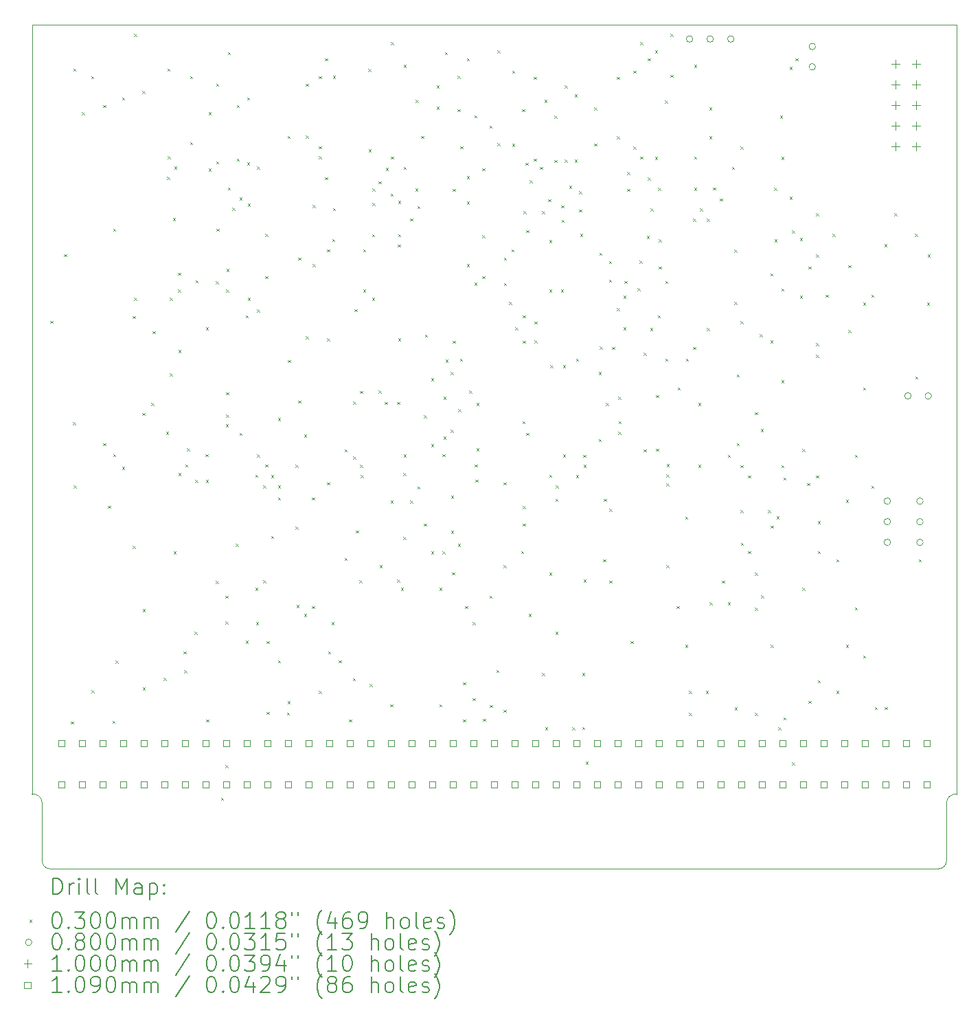
<source format=gbr>
%TF.GenerationSoftware,KiCad,Pcbnew,8.0.3*%
%TF.CreationDate,2025-02-02T19:27:15+01:00*%
%TF.ProjectId,BBARIII,42424152-4949-4492-9e6b-696361645f70,rev?*%
%TF.SameCoordinates,Original*%
%TF.FileFunction,Drillmap*%
%TF.FilePolarity,Positive*%
%FSLAX45Y45*%
G04 Gerber Fmt 4.5, Leading zero omitted, Abs format (unit mm)*
G04 Created by KiCad (PCBNEW 8.0.3) date 2025-02-02 19:27:15*
%MOMM*%
%LPD*%
G01*
G04 APERTURE LIST*
%ADD10C,0.050000*%
%ADD11C,0.200000*%
%ADD12C,0.100000*%
%ADD13C,0.109000*%
G04 APERTURE END LIST*
D10*
X20567000Y-13958004D02*
G75*
G02*
X20690424Y-13857350I107530J-5856D01*
G01*
X20567000Y-13958004D02*
X20567000Y-14675996D01*
X20690425Y-13857343D02*
X20690425Y-11475500D01*
X9515500Y-14775502D02*
G75*
G02*
X9415999Y-14675991I-2000J97502D01*
G01*
X9292575Y-11175500D02*
X9292575Y-4375500D01*
X20567000Y-14675996D02*
G75*
G02*
X20467500Y-14775500I-97490J-2014D01*
G01*
X9292575Y-13857339D02*
X9292575Y-11175500D01*
X9292575Y-13857339D02*
G75*
G02*
X9416000Y-13958000I15885J-106521D01*
G01*
X20690425Y-4375500D02*
X9292575Y-4375500D01*
X20467500Y-14775506D02*
X9515500Y-14775502D01*
X20690425Y-11475500D02*
X20690425Y-4375500D01*
X9416000Y-13958000D02*
X9416000Y-14675991D01*
D11*
D12*
X9519000Y-8025000D02*
X9549000Y-8055000D01*
X9549000Y-8025000D02*
X9519000Y-8055000D01*
X9688000Y-7204000D02*
X9718000Y-7234000D01*
X9718000Y-7204000D02*
X9688000Y-7234000D01*
X9770000Y-12962000D02*
X9800000Y-12992000D01*
X9800000Y-12962000D02*
X9770000Y-12992000D01*
X9798000Y-9272000D02*
X9828000Y-9302000D01*
X9828000Y-9272000D02*
X9798000Y-9302000D01*
X9802000Y-4918000D02*
X9832000Y-4948000D01*
X9832000Y-4918000D02*
X9802000Y-4948000D01*
X9806000Y-10051000D02*
X9836000Y-10081000D01*
X9836000Y-10051000D02*
X9806000Y-10081000D01*
X9909000Y-5457000D02*
X9939000Y-5487000D01*
X9939000Y-5457000D02*
X9909000Y-5487000D01*
X10022000Y-5011000D02*
X10052000Y-5041000D01*
X10052000Y-5011000D02*
X10022000Y-5041000D01*
X10024000Y-12573000D02*
X10054000Y-12603000D01*
X10054000Y-12573000D02*
X10024000Y-12603000D01*
X10169000Y-5365000D02*
X10199000Y-5395000D01*
X10199000Y-5365000D02*
X10169000Y-5395000D01*
X10169000Y-9533000D02*
X10199000Y-9563000D01*
X10199000Y-9533000D02*
X10169000Y-9563000D01*
X10230000Y-10301000D02*
X10260000Y-10331000D01*
X10260000Y-10301000D02*
X10230000Y-10331000D01*
X10283000Y-12952000D02*
X10313000Y-12982000D01*
X10313000Y-12952000D02*
X10283000Y-12982000D01*
X10293000Y-6890000D02*
X10323000Y-6920000D01*
X10323000Y-6890000D02*
X10293000Y-6920000D01*
X10293000Y-9668000D02*
X10323000Y-9698000D01*
X10323000Y-9668000D02*
X10293000Y-9698000D01*
X10322000Y-12209000D02*
X10352000Y-12239000D01*
X10352000Y-12209000D02*
X10322000Y-12239000D01*
X10404000Y-5274000D02*
X10434000Y-5304000D01*
X10434000Y-5274000D02*
X10404000Y-5304000D01*
X10404000Y-9825000D02*
X10434000Y-9855000D01*
X10434000Y-9825000D02*
X10404000Y-9855000D01*
X10535000Y-7965000D02*
X10565000Y-7995000D01*
X10565000Y-7965000D02*
X10535000Y-7995000D01*
X10535000Y-10799000D02*
X10565000Y-10829000D01*
X10565000Y-10799000D02*
X10535000Y-10829000D01*
X10550000Y-4491000D02*
X10580000Y-4521000D01*
X10580000Y-4491000D02*
X10550000Y-4521000D01*
X10550000Y-7740000D02*
X10580000Y-7770000D01*
X10580000Y-7740000D02*
X10550000Y-7770000D01*
X10650000Y-5191000D02*
X10680000Y-5221000D01*
X10680000Y-5191000D02*
X10650000Y-5221000D01*
X10650000Y-9160000D02*
X10680000Y-9190000D01*
X10680000Y-9160000D02*
X10650000Y-9190000D01*
X10658000Y-11574000D02*
X10688000Y-11604000D01*
X10688000Y-11574000D02*
X10658000Y-11604000D01*
X10658000Y-12540000D02*
X10688000Y-12570000D01*
X10688000Y-12540000D02*
X10658000Y-12570000D01*
X10764000Y-9036000D02*
X10794000Y-9066000D01*
X10794000Y-9036000D02*
X10764000Y-9066000D01*
X10777000Y-8151000D02*
X10807000Y-8181000D01*
X10807000Y-8151000D02*
X10777000Y-8181000D01*
X10913000Y-12423000D02*
X10943000Y-12453000D01*
X10943000Y-12423000D02*
X10913000Y-12453000D01*
X10944000Y-9390000D02*
X10974000Y-9420000D01*
X10974000Y-9390000D02*
X10944000Y-9420000D01*
X10955000Y-6252000D02*
X10985000Y-6282000D01*
X10985000Y-6252000D02*
X10955000Y-6282000D01*
X10962000Y-4919000D02*
X10992000Y-4949000D01*
X10992000Y-4919000D02*
X10962000Y-4949000D01*
X10965000Y-5997000D02*
X10995000Y-6027000D01*
X10995000Y-5997000D02*
X10965000Y-6027000D01*
X10989000Y-7740000D02*
X11019000Y-7770000D01*
X11019000Y-7740000D02*
X10989000Y-7770000D01*
X10990000Y-8674000D02*
X11020000Y-8704000D01*
X11020000Y-8674000D02*
X10990000Y-8704000D01*
X11030000Y-6760000D02*
X11060000Y-6790000D01*
X11060000Y-6760000D02*
X11030000Y-6790000D01*
X11039000Y-10865000D02*
X11069000Y-10895000D01*
X11069000Y-10865000D02*
X11039000Y-10895000D01*
X11046000Y-6124000D02*
X11076000Y-6154000D01*
X11076000Y-6124000D02*
X11046000Y-6154000D01*
X11094000Y-7431000D02*
X11124000Y-7461000D01*
X11124000Y-7431000D02*
X11094000Y-7461000D01*
X11094000Y-7641000D02*
X11124000Y-7671000D01*
X11124000Y-7641000D02*
X11094000Y-7671000D01*
X11095000Y-8383000D02*
X11125000Y-8413000D01*
X11125000Y-8383000D02*
X11095000Y-8413000D01*
X11095000Y-9900000D02*
X11125000Y-9930000D01*
X11125000Y-9900000D02*
X11095000Y-9930000D01*
X11162000Y-12097000D02*
X11192000Y-12127000D01*
X11192000Y-12097000D02*
X11162000Y-12127000D01*
X11167000Y-12329000D02*
X11197000Y-12359000D01*
X11197000Y-12329000D02*
X11167000Y-12359000D01*
X11182000Y-9794000D02*
X11212000Y-9824000D01*
X11212000Y-9794000D02*
X11182000Y-9824000D01*
X11203000Y-9597000D02*
X11233000Y-9627000D01*
X11233000Y-9597000D02*
X11203000Y-9627000D01*
X11241000Y-5011000D02*
X11271000Y-5041000D01*
X11271000Y-5011000D02*
X11241000Y-5041000D01*
X11241000Y-5822000D02*
X11271000Y-5852000D01*
X11271000Y-5822000D02*
X11241000Y-5852000D01*
X11296000Y-11856000D02*
X11326000Y-11886000D01*
X11326000Y-11856000D02*
X11296000Y-11886000D01*
X11305000Y-9986000D02*
X11335000Y-10016000D01*
X11335000Y-9986000D02*
X11305000Y-10016000D01*
X11307000Y-7523000D02*
X11337000Y-7553000D01*
X11337000Y-7523000D02*
X11307000Y-7553000D01*
X11433000Y-9668000D02*
X11463000Y-9698000D01*
X11463000Y-9668000D02*
X11433000Y-9698000D01*
X11434000Y-8105000D02*
X11464000Y-8135000D01*
X11464000Y-8105000D02*
X11434000Y-8135000D01*
X11436000Y-9984000D02*
X11466000Y-10014000D01*
X11466000Y-9984000D02*
X11436000Y-10014000D01*
X11438000Y-12935000D02*
X11468000Y-12965000D01*
X11468000Y-12935000D02*
X11438000Y-12965000D01*
X11467000Y-5457000D02*
X11497000Y-5487000D01*
X11497000Y-5457000D02*
X11467000Y-5487000D01*
X11468000Y-6151000D02*
X11498000Y-6181000D01*
X11498000Y-6151000D02*
X11468000Y-6181000D01*
X11560000Y-7536000D02*
X11590000Y-7566000D01*
X11590000Y-7536000D02*
X11560000Y-7566000D01*
X11560000Y-11229000D02*
X11590000Y-11259000D01*
X11590000Y-11229000D02*
X11560000Y-11259000D01*
X11563000Y-5102000D02*
X11593000Y-5132000D01*
X11593000Y-5102000D02*
X11563000Y-5132000D01*
X11563000Y-6062000D02*
X11593000Y-6092000D01*
X11593000Y-6062000D02*
X11563000Y-6092000D01*
X11567000Y-6889000D02*
X11597000Y-6919000D01*
X11597000Y-6889000D02*
X11567000Y-6919000D01*
X11622000Y-13900000D02*
X11652000Y-13930000D01*
X11652000Y-13900000D02*
X11622000Y-13930000D01*
X11675000Y-11412000D02*
X11705000Y-11442000D01*
X11705000Y-11412000D02*
X11675000Y-11442000D01*
X11675000Y-11729000D02*
X11705000Y-11759000D01*
X11705000Y-11729000D02*
X11675000Y-11759000D01*
X11675000Y-13498000D02*
X11705000Y-13528000D01*
X11705000Y-13498000D02*
X11675000Y-13528000D01*
X11682000Y-9299000D02*
X11712000Y-9329000D01*
X11712000Y-9299000D02*
X11682000Y-9329000D01*
X11687000Y-7641000D02*
X11717000Y-7671000D01*
X11717000Y-7641000D02*
X11687000Y-7671000D01*
X11687000Y-8905000D02*
X11717000Y-8935000D01*
X11717000Y-8905000D02*
X11687000Y-8935000D01*
X11687000Y-9181000D02*
X11717000Y-9211000D01*
X11717000Y-9181000D02*
X11687000Y-9211000D01*
X11689000Y-7386000D02*
X11719000Y-7416000D01*
X11719000Y-7386000D02*
X11689000Y-7416000D01*
X11706000Y-4715000D02*
X11736000Y-4745000D01*
X11736000Y-4715000D02*
X11706000Y-4745000D01*
X11706000Y-6380000D02*
X11736000Y-6410000D01*
X11736000Y-6380000D02*
X11706000Y-6410000D01*
X11761000Y-6632000D02*
X11791000Y-6662000D01*
X11791000Y-6632000D02*
X11761000Y-6662000D01*
X11803000Y-10772000D02*
X11833000Y-10802000D01*
X11833000Y-10772000D02*
X11803000Y-10802000D01*
X11817000Y-5364000D02*
X11847000Y-5394000D01*
X11847000Y-5364000D02*
X11817000Y-5394000D01*
X11817000Y-6026000D02*
X11847000Y-6056000D01*
X11847000Y-6026000D02*
X11817000Y-6056000D01*
X11850000Y-6504000D02*
X11880000Y-6534000D01*
X11880000Y-6504000D02*
X11850000Y-6534000D01*
X11850000Y-9404000D02*
X11880000Y-9434000D01*
X11880000Y-9404000D02*
X11850000Y-9434000D01*
X11928000Y-7958000D02*
X11958000Y-7988000D01*
X11958000Y-7958000D02*
X11928000Y-7988000D01*
X11928000Y-11965000D02*
X11958000Y-11995000D01*
X11958000Y-11965000D02*
X11928000Y-11995000D01*
X11942000Y-5274000D02*
X11972000Y-5304000D01*
X11972000Y-5274000D02*
X11942000Y-5304000D01*
X11943000Y-6074000D02*
X11973000Y-6104000D01*
X11973000Y-6074000D02*
X11943000Y-6104000D01*
X11950000Y-7740000D02*
X11980000Y-7770000D01*
X11980000Y-7740000D02*
X11950000Y-7770000D01*
X11951000Y-6583000D02*
X11981000Y-6613000D01*
X11981000Y-6583000D02*
X11951000Y-6613000D01*
X12044000Y-9921000D02*
X12074000Y-9951000D01*
X12074000Y-9921000D02*
X12044000Y-9951000D01*
X12044000Y-11313000D02*
X12074000Y-11343000D01*
X12074000Y-11313000D02*
X12044000Y-11343000D01*
X12055000Y-11737000D02*
X12085000Y-11767000D01*
X12085000Y-11737000D02*
X12055000Y-11767000D01*
X12066000Y-7883000D02*
X12096000Y-7913000D01*
X12096000Y-7883000D02*
X12066000Y-7913000D01*
X12066000Y-9671000D02*
X12096000Y-9701000D01*
X12096000Y-9671000D02*
X12066000Y-9701000D01*
X12067000Y-6125000D02*
X12097000Y-6155000D01*
X12097000Y-6125000D02*
X12067000Y-6155000D01*
X12143000Y-11222000D02*
X12173000Y-11252000D01*
X12173000Y-11222000D02*
X12143000Y-11252000D01*
X12144000Y-10050000D02*
X12174000Y-10080000D01*
X12174000Y-10050000D02*
X12144000Y-10080000D01*
X12166000Y-6954000D02*
X12196000Y-6984000D01*
X12196000Y-6954000D02*
X12166000Y-6984000D01*
X12166000Y-7474000D02*
X12196000Y-7504000D01*
X12196000Y-7474000D02*
X12166000Y-7504000D01*
X12167000Y-9794000D02*
X12197000Y-9824000D01*
X12197000Y-9794000D02*
X12167000Y-9824000D01*
X12183000Y-11970000D02*
X12213000Y-12000000D01*
X12213000Y-11970000D02*
X12183000Y-12000000D01*
X12183000Y-12841000D02*
X12213000Y-12871000D01*
X12213000Y-12841000D02*
X12183000Y-12871000D01*
X12238000Y-10675000D02*
X12268000Y-10705000D01*
X12268000Y-10675000D02*
X12238000Y-10705000D01*
X12239000Y-9924000D02*
X12269000Y-9954000D01*
X12269000Y-9924000D02*
X12239000Y-9954000D01*
X12324000Y-10202000D02*
X12354000Y-10232000D01*
X12354000Y-10202000D02*
X12324000Y-10232000D01*
X12324000Y-12208000D02*
X12354000Y-12238000D01*
X12354000Y-12208000D02*
X12324000Y-12238000D01*
X12325000Y-9222000D02*
X12355000Y-9252000D01*
X12355000Y-9222000D02*
X12325000Y-9252000D01*
X12325000Y-10051000D02*
X12355000Y-10081000D01*
X12355000Y-10051000D02*
X12325000Y-10081000D01*
X12436000Y-12849000D02*
X12466000Y-12879000D01*
X12466000Y-12849000D02*
X12436000Y-12879000D01*
X12444000Y-5746000D02*
X12474000Y-5776000D01*
X12474000Y-5746000D02*
X12444000Y-5776000D01*
X12444000Y-12713000D02*
X12474000Y-12743000D01*
X12474000Y-12713000D02*
X12444000Y-12743000D01*
X12445000Y-8507000D02*
X12475000Y-8537000D01*
X12475000Y-8507000D02*
X12445000Y-8537000D01*
X12540000Y-10560000D02*
X12570000Y-10590000D01*
X12570000Y-10560000D02*
X12540000Y-10590000D01*
X12542000Y-9798000D02*
X12572000Y-9828000D01*
X12572000Y-9798000D02*
X12542000Y-9828000D01*
X12554000Y-11525000D02*
X12584000Y-11555000D01*
X12584000Y-11525000D02*
X12554000Y-11555000D01*
X12574000Y-7244000D02*
X12604000Y-7274000D01*
X12604000Y-7244000D02*
X12574000Y-7274000D01*
X12574000Y-9007000D02*
X12604000Y-9037000D01*
X12604000Y-9007000D02*
X12574000Y-9037000D01*
X12644000Y-9427000D02*
X12674000Y-9457000D01*
X12674000Y-9427000D02*
X12644000Y-9457000D01*
X12644000Y-11637000D02*
X12674000Y-11667000D01*
X12674000Y-11637000D02*
X12644000Y-11667000D01*
X12666000Y-5103000D02*
X12696000Y-5133000D01*
X12696000Y-5103000D02*
X12666000Y-5133000D01*
X12666000Y-5744000D02*
X12696000Y-5774000D01*
X12696000Y-5744000D02*
X12666000Y-5774000D01*
X12666000Y-8216000D02*
X12696000Y-8246000D01*
X12696000Y-8216000D02*
X12666000Y-8246000D01*
X12743000Y-10201000D02*
X12773000Y-10231000D01*
X12773000Y-10201000D02*
X12743000Y-10231000D01*
X12744000Y-11537000D02*
X12774000Y-11567000D01*
X12774000Y-11537000D02*
X12744000Y-11567000D01*
X12750000Y-6599000D02*
X12780000Y-6629000D01*
X12780000Y-6599000D02*
X12750000Y-6629000D01*
X12750000Y-7324000D02*
X12780000Y-7354000D01*
X12780000Y-7324000D02*
X12750000Y-7354000D01*
X12826000Y-5872000D02*
X12856000Y-5902000D01*
X12856000Y-5872000D02*
X12826000Y-5902000D01*
X12827000Y-5011000D02*
X12857000Y-5041000D01*
X12857000Y-5011000D02*
X12827000Y-5041000D01*
X12829000Y-5997000D02*
X12859000Y-6027000D01*
X12859000Y-5997000D02*
X12829000Y-6027000D01*
X12830000Y-12583000D02*
X12860000Y-12613000D01*
X12860000Y-12583000D02*
X12830000Y-12613000D01*
X12903000Y-4792000D02*
X12933000Y-4822000D01*
X12933000Y-4792000D02*
X12903000Y-4822000D01*
X12903000Y-6255000D02*
X12933000Y-6285000D01*
X12933000Y-6255000D02*
X12903000Y-6285000D01*
X12930000Y-7144000D02*
X12960000Y-7174000D01*
X12960000Y-7144000D02*
X12930000Y-7174000D01*
X12930000Y-10014000D02*
X12960000Y-10044000D01*
X12960000Y-10014000D02*
X12930000Y-10044000D01*
X12931000Y-8242000D02*
X12961000Y-8272000D01*
X12961000Y-8242000D02*
X12931000Y-8272000D01*
X12944000Y-12097000D02*
X12974000Y-12127000D01*
X12974000Y-12097000D02*
X12944000Y-12127000D01*
X12983000Y-11737000D02*
X13013000Y-11767000D01*
X13013000Y-11737000D02*
X12983000Y-11767000D01*
X12993000Y-7017000D02*
X13023000Y-7047000D01*
X13023000Y-7017000D02*
X12993000Y-7047000D01*
X13001000Y-6635000D02*
X13031000Y-6665000D01*
X13031000Y-6635000D02*
X13001000Y-6665000D01*
X13003000Y-5004000D02*
X13033000Y-5034000D01*
X13033000Y-5004000D02*
X13003000Y-5034000D01*
X13072000Y-12208000D02*
X13102000Y-12238000D01*
X13102000Y-12208000D02*
X13072000Y-12238000D01*
X13145000Y-10945000D02*
X13175000Y-10975000D01*
X13175000Y-10945000D02*
X13145000Y-10975000D01*
X13146000Y-9608000D02*
X13176000Y-9638000D01*
X13176000Y-9608000D02*
X13146000Y-9638000D01*
X13200000Y-12935000D02*
X13230000Y-12965000D01*
X13230000Y-12935000D02*
X13200000Y-12965000D01*
X13247000Y-12426000D02*
X13277000Y-12456000D01*
X13277000Y-12426000D02*
X13247000Y-12456000D01*
X13253000Y-9020000D02*
X13283000Y-9050000D01*
X13283000Y-9020000D02*
X13253000Y-9050000D01*
X13253000Y-9696000D02*
X13283000Y-9726000D01*
X13283000Y-9696000D02*
X13253000Y-9726000D01*
X13270000Y-7881000D02*
X13300000Y-7911000D01*
X13300000Y-7881000D02*
X13270000Y-7911000D01*
X13282750Y-10605500D02*
X13312750Y-10635500D01*
X13312750Y-10605500D02*
X13282750Y-10635500D01*
X13329000Y-11222000D02*
X13359000Y-11252000D01*
X13359000Y-11222000D02*
X13329000Y-11252000D01*
X13334000Y-8887000D02*
X13364000Y-8917000D01*
X13364000Y-8887000D02*
X13334000Y-8917000D01*
X13334000Y-9797000D02*
X13364000Y-9827000D01*
X13364000Y-9797000D02*
X13334000Y-9827000D01*
X13346000Y-9926000D02*
X13376000Y-9956000D01*
X13376000Y-9926000D02*
X13346000Y-9956000D01*
X13372000Y-7144000D02*
X13402000Y-7174000D01*
X13402000Y-7144000D02*
X13372000Y-7174000D01*
X13374000Y-7641000D02*
X13404000Y-7671000D01*
X13404000Y-7641000D02*
X13374000Y-7671000D01*
X13439000Y-4922000D02*
X13469000Y-4952000D01*
X13469000Y-4922000D02*
X13439000Y-4952000D01*
X13440000Y-5913000D02*
X13470000Y-5943000D01*
X13470000Y-5913000D02*
X13440000Y-5943000D01*
X13453000Y-12501000D02*
X13483000Y-12531000D01*
X13483000Y-12501000D02*
X13453000Y-12531000D01*
X13485000Y-6957000D02*
X13515000Y-6987000D01*
X13515000Y-6957000D02*
X13485000Y-6987000D01*
X13485000Y-7739000D02*
X13515000Y-7769000D01*
X13515000Y-7739000D02*
X13485000Y-7769000D01*
X13488000Y-6393000D02*
X13518000Y-6423000D01*
X13518000Y-6393000D02*
X13488000Y-6423000D01*
X13488000Y-6573000D02*
X13518000Y-6603000D01*
X13518000Y-6573000D02*
X13488000Y-6603000D01*
X13564000Y-6304000D02*
X13594000Y-6334000D01*
X13594000Y-6304000D02*
X13564000Y-6334000D01*
X13564000Y-8886000D02*
X13594000Y-8916000D01*
X13594000Y-8886000D02*
X13564000Y-8916000D01*
X13579000Y-11036000D02*
X13609000Y-11066000D01*
X13609000Y-11036000D02*
X13579000Y-11066000D01*
X13641000Y-9022000D02*
X13671000Y-9052000D01*
X13671000Y-9022000D02*
X13641000Y-9052000D01*
X13654000Y-6141000D02*
X13684000Y-6171000D01*
X13684000Y-6141000D02*
X13654000Y-6171000D01*
X13707000Y-12748000D02*
X13737000Y-12778000D01*
X13737000Y-12748000D02*
X13707000Y-12778000D01*
X13714000Y-6459000D02*
X13744000Y-6489000D01*
X13744000Y-6459000D02*
X13714000Y-6489000D01*
X13714000Y-10240000D02*
X13744000Y-10270000D01*
X13744000Y-10240000D02*
X13714000Y-10270000D01*
X13718000Y-4591000D02*
X13748000Y-4621000D01*
X13748000Y-4591000D02*
X13718000Y-4621000D01*
X13718000Y-6001000D02*
X13748000Y-6031000D01*
X13748000Y-6001000D02*
X13718000Y-6031000D01*
X13792000Y-9023000D02*
X13822000Y-9053000D01*
X13822000Y-9023000D02*
X13792000Y-9053000D01*
X13792000Y-11212000D02*
X13822000Y-11242000D01*
X13822000Y-11212000D02*
X13792000Y-11242000D01*
X13803000Y-7083000D02*
X13833000Y-7113000D01*
X13833000Y-7083000D02*
X13803000Y-7113000D01*
X13804000Y-8241000D02*
X13834000Y-8271000D01*
X13834000Y-8241000D02*
X13804000Y-8271000D01*
X13805000Y-6547000D02*
X13835000Y-6577000D01*
X13835000Y-6547000D02*
X13805000Y-6577000D01*
X13805000Y-6957000D02*
X13835000Y-6987000D01*
X13835000Y-6957000D02*
X13805000Y-6987000D01*
X13838000Y-11313000D02*
X13868000Y-11343000D01*
X13868000Y-11313000D02*
X13838000Y-11343000D01*
X13870000Y-9900000D02*
X13900000Y-9930000D01*
X13900000Y-9900000D02*
X13870000Y-9930000D01*
X13870000Y-10689000D02*
X13900000Y-10719000D01*
X13900000Y-10689000D02*
X13870000Y-10719000D01*
X13875000Y-4870000D02*
X13905000Y-4900000D01*
X13905000Y-4870000D02*
X13875000Y-4900000D01*
X13875000Y-6128000D02*
X13905000Y-6158000D01*
X13905000Y-6128000D02*
X13875000Y-6158000D01*
X13875000Y-9669000D02*
X13905000Y-9699000D01*
X13905000Y-9669000D02*
X13875000Y-9699000D01*
X13955000Y-6762000D02*
X13985000Y-6792000D01*
X13985000Y-6762000D02*
X13955000Y-6792000D01*
X13955000Y-10239000D02*
X13985000Y-10269000D01*
X13985000Y-10239000D02*
X13955000Y-10269000D01*
X14019000Y-6396000D02*
X14049000Y-6426000D01*
X14049000Y-6396000D02*
X14019000Y-6426000D01*
X14022000Y-5302000D02*
X14052000Y-5332000D01*
X14052000Y-5302000D02*
X14022000Y-5332000D01*
X14042000Y-6612000D02*
X14072000Y-6642000D01*
X14072000Y-6612000D02*
X14042000Y-6642000D01*
X14043000Y-10066000D02*
X14073000Y-10096000D01*
X14073000Y-10066000D02*
X14043000Y-10096000D01*
X14091000Y-5747000D02*
X14121000Y-5777000D01*
X14121000Y-5747000D02*
X14091000Y-5777000D01*
X14121000Y-9190000D02*
X14151000Y-9220000D01*
X14151000Y-9190000D02*
X14121000Y-9220000D01*
X14121000Y-10522000D02*
X14151000Y-10552000D01*
X14151000Y-10522000D02*
X14121000Y-10552000D01*
X14134000Y-8192000D02*
X14164000Y-8222000D01*
X14164000Y-8192000D02*
X14134000Y-8222000D01*
X14214000Y-8732000D02*
X14244000Y-8762000D01*
X14244000Y-8732000D02*
X14214000Y-8762000D01*
X14214000Y-9542000D02*
X14244000Y-9572000D01*
X14244000Y-9542000D02*
X14214000Y-9572000D01*
X14214000Y-10865000D02*
X14244000Y-10895000D01*
X14244000Y-10865000D02*
X14214000Y-10895000D01*
X14278000Y-5387000D02*
X14308000Y-5417000D01*
X14308000Y-5387000D02*
X14278000Y-5417000D01*
X14281000Y-5125000D02*
X14311000Y-5155000D01*
X14311000Y-5125000D02*
X14281000Y-5155000D01*
X14315000Y-11313000D02*
X14345000Y-11343000D01*
X14345000Y-11313000D02*
X14315000Y-11343000D01*
X14315000Y-12748000D02*
X14345000Y-12778000D01*
X14345000Y-12748000D02*
X14315000Y-12778000D01*
X14352000Y-9668000D02*
X14382000Y-9698000D01*
X14382000Y-9668000D02*
X14352000Y-9698000D01*
X14352000Y-10863000D02*
X14382000Y-10893000D01*
X14382000Y-10863000D02*
X14352000Y-10893000D01*
X14365000Y-8961000D02*
X14395000Y-8991000D01*
X14395000Y-8961000D02*
X14365000Y-8991000D01*
X14365000Y-9452000D02*
X14395000Y-9482000D01*
X14395000Y-9452000D02*
X14365000Y-9482000D01*
X14382000Y-4714000D02*
X14412000Y-4744000D01*
X14412000Y-4714000D02*
X14382000Y-4744000D01*
X14390000Y-8505000D02*
X14420000Y-8535000D01*
X14420000Y-8505000D02*
X14390000Y-8535000D01*
X14452000Y-8656000D02*
X14482000Y-8686000D01*
X14482000Y-8656000D02*
X14452000Y-8686000D01*
X14452000Y-9366000D02*
X14482000Y-9396000D01*
X14482000Y-9366000D02*
X14452000Y-9396000D01*
X14456000Y-10178000D02*
X14486000Y-10208000D01*
X14486000Y-10178000D02*
X14456000Y-10208000D01*
X14456000Y-10609000D02*
X14486000Y-10639000D01*
X14486000Y-10609000D02*
X14456000Y-10639000D01*
X14469000Y-11123000D02*
X14499000Y-11153000D01*
X14499000Y-11123000D02*
X14469000Y-11153000D01*
X14477000Y-8270000D02*
X14507000Y-8300000D01*
X14507000Y-8270000D02*
X14477000Y-8300000D01*
X14478000Y-6398000D02*
X14508000Y-6428000D01*
X14508000Y-6398000D02*
X14478000Y-6428000D01*
X14538000Y-5417000D02*
X14568000Y-5447000D01*
X14568000Y-5417000D02*
X14538000Y-5447000D01*
X14539000Y-5004000D02*
X14569000Y-5034000D01*
X14569000Y-5004000D02*
X14539000Y-5034000D01*
X14544000Y-10772000D02*
X14574000Y-10802000D01*
X14574000Y-10772000D02*
X14544000Y-10802000D01*
X14545000Y-9114000D02*
X14575000Y-9144000D01*
X14575000Y-9114000D02*
X14545000Y-9144000D01*
X14569000Y-8492000D02*
X14599000Y-8522000D01*
X14599000Y-8492000D02*
X14569000Y-8522000D01*
X14570000Y-5873000D02*
X14600000Y-5903000D01*
X14600000Y-5873000D02*
X14570000Y-5903000D01*
X14607000Y-12935000D02*
X14637000Y-12965000D01*
X14637000Y-12935000D02*
X14607000Y-12965000D01*
X14608000Y-12476000D02*
X14638000Y-12506000D01*
X14638000Y-12476000D02*
X14608000Y-12506000D01*
X14631000Y-11537000D02*
X14661000Y-11567000D01*
X14661000Y-11537000D02*
X14631000Y-11567000D01*
X14651000Y-7324000D02*
X14681000Y-7354000D01*
X14681000Y-7324000D02*
X14651000Y-7354000D01*
X14652000Y-6556000D02*
X14682000Y-6586000D01*
X14682000Y-6556000D02*
X14652000Y-6586000D01*
X14653000Y-4790000D02*
X14683000Y-4820000D01*
X14683000Y-4790000D02*
X14653000Y-4820000D01*
X14653000Y-6242000D02*
X14683000Y-6272000D01*
X14683000Y-6242000D02*
X14653000Y-6272000D01*
X14683000Y-8884000D02*
X14713000Y-8914000D01*
X14713000Y-8884000D02*
X14683000Y-8914000D01*
X14723000Y-11737000D02*
X14753000Y-11767000D01*
X14753000Y-11737000D02*
X14723000Y-11767000D01*
X14723000Y-12673000D02*
X14753000Y-12703000D01*
X14753000Y-12673000D02*
X14723000Y-12703000D01*
X14744000Y-5494000D02*
X14774000Y-5524000D01*
X14774000Y-5494000D02*
X14744000Y-5524000D01*
X14744000Y-7554000D02*
X14774000Y-7584000D01*
X14774000Y-7554000D02*
X14744000Y-7584000D01*
X14751000Y-9795000D02*
X14781000Y-9825000D01*
X14781000Y-9795000D02*
X14751000Y-9825000D01*
X14758000Y-9982000D02*
X14788000Y-10012000D01*
X14788000Y-9982000D02*
X14758000Y-10012000D01*
X14772000Y-9036000D02*
X14802000Y-9066000D01*
X14802000Y-9036000D02*
X14772000Y-9066000D01*
X14772000Y-9597000D02*
X14802000Y-9627000D01*
X14802000Y-9597000D02*
X14772000Y-9627000D01*
X14844000Y-6145000D02*
X14874000Y-6175000D01*
X14874000Y-6145000D02*
X14844000Y-6175000D01*
X14844000Y-6970000D02*
X14874000Y-7000000D01*
X14874000Y-6970000D02*
X14844000Y-7000000D01*
X14845000Y-7474000D02*
X14875000Y-7504000D01*
X14875000Y-7474000D02*
X14845000Y-7504000D01*
X14850000Y-12927000D02*
X14880000Y-12957000D01*
X14880000Y-12927000D02*
X14850000Y-12957000D01*
X14931000Y-5621000D02*
X14961000Y-5651000D01*
X14961000Y-5621000D02*
X14931000Y-5651000D01*
X14933000Y-11412000D02*
X14963000Y-11442000D01*
X14963000Y-11412000D02*
X14933000Y-11442000D01*
X14937000Y-12757000D02*
X14967000Y-12787000D01*
X14967000Y-12757000D02*
X14937000Y-12787000D01*
X15016000Y-12326000D02*
X15046000Y-12356000D01*
X15046000Y-12326000D02*
X15016000Y-12356000D01*
X15029000Y-4695000D02*
X15059000Y-4725000D01*
X15059000Y-4695000D02*
X15029000Y-4725000D01*
X15029000Y-5835000D02*
X15059000Y-5865000D01*
X15059000Y-5835000D02*
X15029000Y-5865000D01*
X15105000Y-12815000D02*
X15135000Y-12845000D01*
X15135000Y-12815000D02*
X15105000Y-12845000D01*
X15106000Y-10016000D02*
X15136000Y-10046000D01*
X15136000Y-10016000D02*
X15106000Y-10046000D01*
X15107000Y-11036000D02*
X15137000Y-11066000D01*
X15137000Y-11036000D02*
X15107000Y-11066000D01*
X15109000Y-7246000D02*
X15139000Y-7276000D01*
X15139000Y-7246000D02*
X15109000Y-7276000D01*
X15109000Y-7558000D02*
X15139000Y-7588000D01*
X15139000Y-7558000D02*
X15109000Y-7588000D01*
X15175000Y-7791000D02*
X15205000Y-7821000D01*
X15205000Y-7791000D02*
X15175000Y-7821000D01*
X15201000Y-7142000D02*
X15231000Y-7172000D01*
X15231000Y-7142000D02*
X15201000Y-7172000D01*
X15210000Y-4943000D02*
X15240000Y-4973000D01*
X15240000Y-4943000D02*
X15210000Y-4973000D01*
X15211000Y-5842000D02*
X15241000Y-5872000D01*
X15241000Y-5842000D02*
X15211000Y-5872000D01*
X15250000Y-8104000D02*
X15280000Y-8134000D01*
X15280000Y-8104000D02*
X15250000Y-8134000D01*
X15323000Y-10860000D02*
X15353000Y-10890000D01*
X15353000Y-10860000D02*
X15323000Y-10890000D01*
X15336000Y-5417000D02*
X15366000Y-5447000D01*
X15366000Y-5417000D02*
X15336000Y-5447000D01*
X15339000Y-9262000D02*
X15369000Y-9292000D01*
X15369000Y-9262000D02*
X15339000Y-9292000D01*
X15342000Y-7955000D02*
X15372000Y-7985000D01*
X15372000Y-7955000D02*
X15342000Y-7985000D01*
X15342000Y-8270000D02*
X15372000Y-8300000D01*
X15372000Y-8270000D02*
X15342000Y-8300000D01*
X15343000Y-10306000D02*
X15373000Y-10336000D01*
X15373000Y-10306000D02*
X15343000Y-10336000D01*
X15343000Y-10522000D02*
X15373000Y-10552000D01*
X15373000Y-10522000D02*
X15343000Y-10552000D01*
X15353000Y-6672000D02*
X15383000Y-6702000D01*
X15383000Y-6672000D02*
X15353000Y-6702000D01*
X15375000Y-6078000D02*
X15405000Y-6108000D01*
X15405000Y-6078000D02*
X15375000Y-6108000D01*
X15386000Y-6906000D02*
X15416000Y-6936000D01*
X15416000Y-6906000D02*
X15386000Y-6936000D01*
X15386000Y-9405000D02*
X15416000Y-9435000D01*
X15416000Y-9405000D02*
X15386000Y-9435000D01*
X15415000Y-11637000D02*
X15445000Y-11667000D01*
X15445000Y-11637000D02*
X15415000Y-11667000D01*
X15428000Y-6293000D02*
X15458000Y-6323000D01*
X15458000Y-6293000D02*
X15428000Y-6323000D01*
X15476000Y-5018000D02*
X15506000Y-5048000D01*
X15506000Y-5018000D02*
X15476000Y-5048000D01*
X15476000Y-6028000D02*
X15506000Y-6058000D01*
X15506000Y-6028000D02*
X15476000Y-6058000D01*
X15485000Y-8264000D02*
X15515000Y-8294000D01*
X15515000Y-8264000D02*
X15485000Y-8294000D01*
X15488000Y-8031000D02*
X15518000Y-8061000D01*
X15518000Y-8031000D02*
X15488000Y-8061000D01*
X15553000Y-6128000D02*
X15583000Y-6158000D01*
X15583000Y-6128000D02*
X15553000Y-6158000D01*
X15581000Y-6672000D02*
X15611000Y-6702000D01*
X15611000Y-6672000D02*
X15581000Y-6702000D01*
X15581000Y-12364000D02*
X15611000Y-12394000D01*
X15611000Y-12364000D02*
X15581000Y-12394000D01*
X15609000Y-5304000D02*
X15639000Y-5334000D01*
X15639000Y-5304000D02*
X15609000Y-5334000D01*
X15619000Y-13032000D02*
X15649000Y-13062000D01*
X15649000Y-13032000D02*
X15619000Y-13062000D01*
X15657000Y-6526000D02*
X15687000Y-6556000D01*
X15687000Y-6526000D02*
X15657000Y-6556000D01*
X15668000Y-11127000D02*
X15698000Y-11157000D01*
X15698000Y-11127000D02*
X15668000Y-11157000D01*
X15669000Y-7029000D02*
X15699000Y-7059000D01*
X15699000Y-7029000D02*
X15669000Y-7059000D01*
X15669000Y-7641000D02*
X15699000Y-7671000D01*
X15699000Y-7641000D02*
X15669000Y-7671000D01*
X15669000Y-9922000D02*
X15699000Y-9952000D01*
X15699000Y-9922000D02*
X15669000Y-9952000D01*
X15681000Y-8570000D02*
X15711000Y-8600000D01*
X15711000Y-8570000D02*
X15681000Y-8600000D01*
X15732000Y-6044000D02*
X15762000Y-6074000D01*
X15762000Y-6044000D02*
X15732000Y-6074000D01*
X15734000Y-5495500D02*
X15764000Y-5525500D01*
X15764000Y-5495500D02*
X15734000Y-5525500D01*
X15745000Y-10216000D02*
X15775000Y-10246000D01*
X15775000Y-10216000D02*
X15745000Y-10246000D01*
X15745000Y-11856000D02*
X15775000Y-11886000D01*
X15775000Y-11856000D02*
X15745000Y-11886000D01*
X15751000Y-10054000D02*
X15781000Y-10084000D01*
X15781000Y-10054000D02*
X15751000Y-10084000D01*
X15812000Y-7639000D02*
X15842000Y-7669000D01*
X15842000Y-7639000D02*
X15812000Y-7669000D01*
X15818000Y-6601000D02*
X15848000Y-6631000D01*
X15848000Y-6601000D02*
X15818000Y-6631000D01*
X15820000Y-6780000D02*
X15850000Y-6810000D01*
X15850000Y-6780000D02*
X15820000Y-6810000D01*
X15837000Y-9670000D02*
X15867000Y-9700000D01*
X15867000Y-9670000D02*
X15837000Y-9700000D01*
X15838000Y-8571000D02*
X15868000Y-8601000D01*
X15868000Y-8571000D02*
X15838000Y-8601000D01*
X15858000Y-5125000D02*
X15888000Y-5155000D01*
X15888000Y-5125000D02*
X15858000Y-5155000D01*
X15858000Y-6040000D02*
X15888000Y-6070000D01*
X15888000Y-6040000D02*
X15858000Y-6070000D01*
X15913000Y-6361000D02*
X15943000Y-6391000D01*
X15943000Y-6361000D02*
X15913000Y-6391000D01*
X15954000Y-13032000D02*
X15984000Y-13062000D01*
X15984000Y-13032000D02*
X15954000Y-13062000D01*
X15981000Y-5233000D02*
X16011000Y-5263000D01*
X16011000Y-5233000D02*
X15981000Y-5263000D01*
X15981000Y-6039000D02*
X16011000Y-6069000D01*
X16011000Y-6039000D02*
X15981000Y-6069000D01*
X15998000Y-8491000D02*
X16028000Y-8521000D01*
X16028000Y-8491000D02*
X15998000Y-8521000D01*
X15998000Y-9927000D02*
X16028000Y-9957000D01*
X16028000Y-9927000D02*
X15998000Y-9957000D01*
X16038000Y-6430000D02*
X16068000Y-6460000D01*
X16068000Y-6430000D02*
X16038000Y-6460000D01*
X16038000Y-6653000D02*
X16068000Y-6683000D01*
X16068000Y-6653000D02*
X16038000Y-6683000D01*
X16048000Y-6954000D02*
X16078000Y-6984000D01*
X16078000Y-6954000D02*
X16048000Y-6984000D01*
X16076000Y-12364000D02*
X16106000Y-12394000D01*
X16106000Y-12364000D02*
X16076000Y-12394000D01*
X16076000Y-13027000D02*
X16106000Y-13057000D01*
X16106000Y-13027000D02*
X16076000Y-13057000D01*
X16088000Y-9674000D02*
X16118000Y-9704000D01*
X16118000Y-9674000D02*
X16088000Y-9704000D01*
X16090000Y-9800000D02*
X16120000Y-9830000D01*
X16120000Y-9800000D02*
X16090000Y-9830000D01*
X16090000Y-11212000D02*
X16120000Y-11242000D01*
X16120000Y-11212000D02*
X16090000Y-11242000D01*
X16118000Y-13458000D02*
X16148000Y-13488000D01*
X16148000Y-13458000D02*
X16118000Y-13488000D01*
X16221000Y-5394000D02*
X16251000Y-5424000D01*
X16251000Y-5394000D02*
X16221000Y-5424000D01*
X16221000Y-5841000D02*
X16251000Y-5871000D01*
X16251000Y-5841000D02*
X16221000Y-5871000D01*
X16277000Y-8655000D02*
X16307000Y-8685000D01*
X16307000Y-8655000D02*
X16277000Y-8685000D01*
X16277000Y-9480000D02*
X16307000Y-9510000D01*
X16307000Y-9480000D02*
X16277000Y-9510000D01*
X16287000Y-7186000D02*
X16317000Y-7216000D01*
X16317000Y-7186000D02*
X16287000Y-7216000D01*
X16289000Y-8343000D02*
X16319000Y-8373000D01*
X16319000Y-8343000D02*
X16289000Y-8373000D01*
X16333000Y-10962000D02*
X16363000Y-10992000D01*
X16363000Y-10962000D02*
X16333000Y-10992000D01*
X16341000Y-10217000D02*
X16371000Y-10247000D01*
X16371000Y-10217000D02*
X16341000Y-10247000D01*
X16369000Y-9038000D02*
X16399000Y-9068000D01*
X16399000Y-9038000D02*
X16369000Y-9068000D01*
X16404000Y-7286000D02*
X16434000Y-7316000D01*
X16434000Y-7286000D02*
X16404000Y-7316000D01*
X16404000Y-7515000D02*
X16434000Y-7545000D01*
X16434000Y-7515000D02*
X16404000Y-7545000D01*
X16407000Y-10339000D02*
X16437000Y-10369000D01*
X16437000Y-10339000D02*
X16407000Y-10369000D01*
X16407000Y-11226000D02*
X16437000Y-11256000D01*
X16437000Y-11226000D02*
X16407000Y-11256000D01*
X16445000Y-8345000D02*
X16475000Y-8375000D01*
X16475000Y-8345000D02*
X16445000Y-8375000D01*
X16503000Y-5018000D02*
X16533000Y-5048000D01*
X16533000Y-5018000D02*
X16503000Y-5048000D01*
X16503000Y-5750000D02*
X16533000Y-5780000D01*
X16533000Y-5750000D02*
X16503000Y-5780000D01*
X16503000Y-7867000D02*
X16533000Y-7897000D01*
X16533000Y-7867000D02*
X16503000Y-7897000D01*
X16517000Y-9391000D02*
X16547000Y-9421000D01*
X16547000Y-9391000D02*
X16517000Y-9421000D01*
X16521000Y-8961000D02*
X16551000Y-8991000D01*
X16551000Y-8961000D02*
X16521000Y-8991000D01*
X16522000Y-9262000D02*
X16552000Y-9292000D01*
X16552000Y-9262000D02*
X16522000Y-9292000D01*
X16581000Y-7717000D02*
X16611000Y-7747000D01*
X16611000Y-7717000D02*
X16581000Y-7747000D01*
X16582000Y-8104000D02*
X16612000Y-8134000D01*
X16612000Y-8104000D02*
X16582000Y-8134000D01*
X16594000Y-7535000D02*
X16624000Y-7565000D01*
X16624000Y-7535000D02*
X16594000Y-7565000D01*
X16628000Y-6191000D02*
X16658000Y-6221000D01*
X16658000Y-6191000D02*
X16628000Y-6221000D01*
X16629000Y-6398000D02*
X16659000Y-6428000D01*
X16659000Y-6398000D02*
X16629000Y-6428000D01*
X16673000Y-11970000D02*
X16703000Y-12000000D01*
X16703000Y-11970000D02*
X16673000Y-12000000D01*
X16706000Y-4943000D02*
X16736000Y-4973000D01*
X16736000Y-4943000D02*
X16706000Y-4973000D01*
X16706000Y-5876000D02*
X16736000Y-5906000D01*
X16736000Y-5876000D02*
X16706000Y-5906000D01*
X16755000Y-7624000D02*
X16785000Y-7654000D01*
X16785000Y-7624000D02*
X16755000Y-7654000D01*
X16782000Y-7285000D02*
X16812000Y-7315000D01*
X16812000Y-7285000D02*
X16782000Y-7315000D01*
X16791000Y-4591000D02*
X16821000Y-4621000D01*
X16821000Y-4591000D02*
X16791000Y-4621000D01*
X16791000Y-6000000D02*
X16821000Y-6030000D01*
X16821000Y-6000000D02*
X16791000Y-6030000D01*
X16833000Y-8417000D02*
X16863000Y-8447000D01*
X16863000Y-8417000D02*
X16833000Y-8447000D01*
X16833000Y-9606000D02*
X16863000Y-9636000D01*
X16863000Y-9606000D02*
X16833000Y-9636000D01*
X16869000Y-6978000D02*
X16899000Y-7008000D01*
X16899000Y-6978000D02*
X16869000Y-7008000D01*
X16884000Y-4792000D02*
X16914000Y-4822000D01*
X16914000Y-4792000D02*
X16884000Y-4822000D01*
X16884000Y-6259000D02*
X16914000Y-6289000D01*
X16914000Y-6259000D02*
X16884000Y-6289000D01*
X16912000Y-8112000D02*
X16942000Y-8142000D01*
X16942000Y-8112000D02*
X16912000Y-8142000D01*
X16918000Y-6640000D02*
X16948000Y-6670000D01*
X16948000Y-6640000D02*
X16918000Y-6670000D01*
X16971000Y-4695000D02*
X17001000Y-4725000D01*
X17001000Y-4695000D02*
X16971000Y-4725000D01*
X16971000Y-6004000D02*
X17001000Y-6034000D01*
X17001000Y-6004000D02*
X16971000Y-6034000D01*
X16986000Y-8937000D02*
X17016000Y-8967000D01*
X17016000Y-8937000D02*
X16986000Y-8967000D01*
X16986000Y-9598000D02*
X17016000Y-9628000D01*
X17016000Y-9598000D02*
X16986000Y-9628000D01*
X17005000Y-7956000D02*
X17035000Y-7986000D01*
X17035000Y-7956000D02*
X17005000Y-7986000D01*
X17010000Y-6384000D02*
X17040000Y-6414000D01*
X17040000Y-6384000D02*
X17010000Y-6414000D01*
X17019000Y-7019000D02*
X17049000Y-7049000D01*
X17049000Y-7019000D02*
X17019000Y-7049000D01*
X17019000Y-7356000D02*
X17049000Y-7386000D01*
X17049000Y-7356000D02*
X17019000Y-7386000D01*
X17097000Y-5311000D02*
X17127000Y-5341000D01*
X17127000Y-5311000D02*
X17097000Y-5341000D01*
X17100000Y-7535000D02*
X17130000Y-7565000D01*
X17130000Y-7535000D02*
X17100000Y-7565000D01*
X17100000Y-8491000D02*
X17130000Y-8521000D01*
X17130000Y-8491000D02*
X17100000Y-8521000D01*
X17113000Y-9919000D02*
X17143000Y-9949000D01*
X17143000Y-9919000D02*
X17113000Y-9949000D01*
X17113000Y-10026000D02*
X17143000Y-10056000D01*
X17143000Y-10026000D02*
X17113000Y-10056000D01*
X17114000Y-11035000D02*
X17144000Y-11065000D01*
X17144000Y-11035000D02*
X17114000Y-11065000D01*
X17116000Y-9788000D02*
X17146000Y-9818000D01*
X17146000Y-9788000D02*
X17116000Y-9818000D01*
X17164000Y-4491000D02*
X17194000Y-4521000D01*
X17194000Y-4491000D02*
X17164000Y-4521000D01*
X17164000Y-4995000D02*
X17194000Y-5025000D01*
X17194000Y-4995000D02*
X17164000Y-5025000D01*
X17239000Y-11540000D02*
X17269000Y-11570000D01*
X17269000Y-11540000D02*
X17239000Y-11570000D01*
X17252000Y-8846000D02*
X17282000Y-8876000D01*
X17282000Y-8846000D02*
X17252000Y-8876000D01*
X17344000Y-10438000D02*
X17374000Y-10468000D01*
X17374000Y-10438000D02*
X17344000Y-10468000D01*
X17344000Y-12017000D02*
X17374000Y-12047000D01*
X17374000Y-12017000D02*
X17344000Y-12047000D01*
X17354000Y-8491000D02*
X17384000Y-8521000D01*
X17384000Y-8491000D02*
X17354000Y-8521000D01*
X17393000Y-12586000D02*
X17423000Y-12616000D01*
X17423000Y-12586000D02*
X17393000Y-12616000D01*
X17393000Y-12855000D02*
X17423000Y-12885000D01*
X17423000Y-12855000D02*
X17393000Y-12885000D01*
X17443000Y-6766000D02*
X17473000Y-6796000D01*
X17473000Y-6766000D02*
X17443000Y-6796000D01*
X17443000Y-8346000D02*
X17473000Y-8376000D01*
X17473000Y-8346000D02*
X17443000Y-8376000D01*
X17453000Y-5999000D02*
X17483000Y-6029000D01*
X17483000Y-5999000D02*
X17453000Y-6029000D01*
X17454000Y-4870000D02*
X17484000Y-4900000D01*
X17484000Y-4870000D02*
X17454000Y-4900000D01*
X17454000Y-6386000D02*
X17484000Y-6416000D01*
X17484000Y-6386000D02*
X17454000Y-6416000D01*
X17504000Y-9036000D02*
X17534000Y-9066000D01*
X17534000Y-9036000D02*
X17504000Y-9066000D01*
X17504000Y-9800000D02*
X17534000Y-9830000D01*
X17534000Y-9800000D02*
X17504000Y-9830000D01*
X17528000Y-6638000D02*
X17558000Y-6668000D01*
X17558000Y-6638000D02*
X17528000Y-6668000D01*
X17598000Y-12584000D02*
X17628000Y-12614000D01*
X17628000Y-12584000D02*
X17598000Y-12614000D01*
X17610000Y-6765000D02*
X17640000Y-6795000D01*
X17640000Y-6765000D02*
X17610000Y-6795000D01*
X17610000Y-8114000D02*
X17640000Y-8144000D01*
X17640000Y-8114000D02*
X17610000Y-8144000D01*
X17640000Y-5749000D02*
X17670000Y-5779000D01*
X17670000Y-5749000D02*
X17640000Y-5779000D01*
X17642000Y-5394000D02*
X17672000Y-5424000D01*
X17672000Y-5394000D02*
X17642000Y-5424000D01*
X17644000Y-11491000D02*
X17674000Y-11521000D01*
X17674000Y-11491000D02*
X17644000Y-11521000D01*
X17688000Y-6383000D02*
X17718000Y-6413000D01*
X17718000Y-6383000D02*
X17688000Y-6413000D01*
X17772000Y-6517000D02*
X17802000Y-6547000D01*
X17802000Y-6517000D02*
X17772000Y-6547000D01*
X17800000Y-11226000D02*
X17830000Y-11256000D01*
X17830000Y-11226000D02*
X17800000Y-11256000D01*
X17870000Y-9676000D02*
X17900000Y-9706000D01*
X17900000Y-9676000D02*
X17870000Y-9706000D01*
X17870000Y-11491000D02*
X17900000Y-11521000D01*
X17900000Y-11491000D02*
X17870000Y-11521000D01*
X17922000Y-6129000D02*
X17952000Y-6159000D01*
X17952000Y-6129000D02*
X17922000Y-6159000D01*
X17950000Y-7147000D02*
X17980000Y-7177000D01*
X17980000Y-7147000D02*
X17950000Y-7177000D01*
X17950000Y-7791000D02*
X17980000Y-7821000D01*
X17980000Y-7791000D02*
X17950000Y-7821000D01*
X17955000Y-12788000D02*
X17985000Y-12818000D01*
X17985000Y-12788000D02*
X17955000Y-12818000D01*
X17978000Y-8683000D02*
X18008000Y-8713000D01*
X18008000Y-8683000D02*
X17978000Y-8713000D01*
X17980000Y-9532000D02*
X18010000Y-9562000D01*
X18010000Y-9532000D02*
X17980000Y-9562000D01*
X18025000Y-5877000D02*
X18055000Y-5907000D01*
X18055000Y-5877000D02*
X18025000Y-5907000D01*
X18026000Y-10356000D02*
X18056000Y-10386000D01*
X18056000Y-10356000D02*
X18026000Y-10386000D01*
X18027000Y-8030000D02*
X18057000Y-8060000D01*
X18057000Y-8030000D02*
X18027000Y-8060000D01*
X18028000Y-9803000D02*
X18058000Y-9833000D01*
X18058000Y-9803000D02*
X18028000Y-9833000D01*
X18029000Y-10760000D02*
X18059000Y-10790000D01*
X18059000Y-10760000D02*
X18029000Y-10790000D01*
X18120000Y-9931000D02*
X18150000Y-9961000D01*
X18150000Y-9931000D02*
X18120000Y-9961000D01*
X18120000Y-10860000D02*
X18150000Y-10890000D01*
X18150000Y-10860000D02*
X18120000Y-10890000D01*
X18204000Y-12855000D02*
X18234000Y-12885000D01*
X18234000Y-12855000D02*
X18204000Y-12885000D01*
X18205000Y-11557000D02*
X18235000Y-11587000D01*
X18235000Y-11557000D02*
X18205000Y-11587000D01*
X18206000Y-9150000D02*
X18236000Y-9180000D01*
X18236000Y-9150000D02*
X18206000Y-9180000D01*
X18206000Y-11127000D02*
X18236000Y-11157000D01*
X18236000Y-11127000D02*
X18206000Y-11157000D01*
X18265000Y-8191000D02*
X18295000Y-8221000D01*
X18295000Y-8191000D02*
X18265000Y-8221000D01*
X18276000Y-9357000D02*
X18306000Y-9387000D01*
X18306000Y-9357000D02*
X18276000Y-9387000D01*
X18281000Y-11405000D02*
X18311000Y-11435000D01*
X18311000Y-11405000D02*
X18281000Y-11435000D01*
X18364000Y-10356000D02*
X18394000Y-10386000D01*
X18394000Y-10356000D02*
X18364000Y-10386000D01*
X18393000Y-8264000D02*
X18423000Y-8294000D01*
X18423000Y-8264000D02*
X18393000Y-8294000D01*
X18394000Y-7442000D02*
X18424000Y-7472000D01*
X18424000Y-7442000D02*
X18394000Y-7472000D01*
X18398000Y-10548000D02*
X18428000Y-10578000D01*
X18428000Y-10548000D02*
X18398000Y-10578000D01*
X18398000Y-12017000D02*
X18428000Y-12047000D01*
X18428000Y-12017000D02*
X18398000Y-12047000D01*
X18440000Y-6384000D02*
X18470000Y-6414000D01*
X18470000Y-6384000D02*
X18440000Y-6414000D01*
X18446000Y-7019000D02*
X18476000Y-7049000D01*
X18476000Y-7019000D02*
X18446000Y-7049000D01*
X18470000Y-10434000D02*
X18500000Y-10464000D01*
X18500000Y-10434000D02*
X18470000Y-10464000D01*
X18490000Y-13033000D02*
X18520000Y-13063000D01*
X18520000Y-13033000D02*
X18490000Y-13063000D01*
X18515000Y-5495000D02*
X18545000Y-5525000D01*
X18545000Y-5495000D02*
X18515000Y-5525000D01*
X18530000Y-6003000D02*
X18560000Y-6033000D01*
X18560000Y-6003000D02*
X18530000Y-6033000D01*
X18530000Y-7626000D02*
X18560000Y-7656000D01*
X18560000Y-7626000D02*
X18530000Y-7656000D01*
X18531000Y-9803000D02*
X18561000Y-9833000D01*
X18561000Y-9803000D02*
X18531000Y-9833000D01*
X18532000Y-8759000D02*
X18562000Y-8789000D01*
X18562000Y-8759000D02*
X18532000Y-8789000D01*
X18557000Y-9953000D02*
X18587000Y-9983000D01*
X18587000Y-9953000D02*
X18557000Y-9983000D01*
X18557000Y-12911000D02*
X18587000Y-12941000D01*
X18587000Y-12911000D02*
X18557000Y-12941000D01*
X18631000Y-4895000D02*
X18661000Y-4925000D01*
X18661000Y-4895000D02*
X18631000Y-4925000D01*
X18631000Y-6497000D02*
X18661000Y-6527000D01*
X18661000Y-6497000D02*
X18631000Y-6527000D01*
X18663000Y-6909000D02*
X18693000Y-6939000D01*
X18693000Y-6909000D02*
X18663000Y-6939000D01*
X18663000Y-13463000D02*
X18693000Y-13493000D01*
X18693000Y-13463000D02*
X18663000Y-13493000D01*
X18704000Y-4790000D02*
X18734000Y-4820000D01*
X18734000Y-4790000D02*
X18704000Y-4820000D01*
X18758000Y-7717000D02*
X18788000Y-7747000D01*
X18788000Y-7717000D02*
X18758000Y-7747000D01*
X18759000Y-7004000D02*
X18789000Y-7034000D01*
X18789000Y-7004000D02*
X18759000Y-7034000D01*
X18788000Y-9604000D02*
X18818000Y-9634000D01*
X18818000Y-9604000D02*
X18788000Y-9634000D01*
X18788000Y-11313000D02*
X18818000Y-11343000D01*
X18818000Y-11313000D02*
X18788000Y-11343000D01*
X18849000Y-10024000D02*
X18879000Y-10054000D01*
X18879000Y-10024000D02*
X18849000Y-10054000D01*
X18863000Y-7356000D02*
X18893000Y-7386000D01*
X18893000Y-7356000D02*
X18863000Y-7386000D01*
X18866000Y-12706000D02*
X18896000Y-12736000D01*
X18896000Y-12706000D02*
X18866000Y-12736000D01*
X18956000Y-8442000D02*
X18986000Y-8472000D01*
X18986000Y-8442000D02*
X18956000Y-8472000D01*
X18956000Y-9931000D02*
X18986000Y-9961000D01*
X18986000Y-9931000D02*
X18956000Y-9961000D01*
X18957000Y-6698000D02*
X18987000Y-6728000D01*
X18987000Y-6698000D02*
X18957000Y-6728000D01*
X18959000Y-7209000D02*
X18989000Y-7239000D01*
X18989000Y-7209000D02*
X18959000Y-7239000D01*
X18959000Y-8298000D02*
X18989000Y-8328000D01*
X18989000Y-8298000D02*
X18959000Y-8328000D01*
X18979000Y-10861000D02*
X19009000Y-10891000D01*
X19009000Y-10861000D02*
X18979000Y-10891000D01*
X18979000Y-12453000D02*
X19009000Y-12483000D01*
X19009000Y-12453000D02*
X18979000Y-12483000D01*
X18980000Y-10492000D02*
X19010000Y-10522000D01*
X19010000Y-10492000D02*
X18980000Y-10522000D01*
X19077000Y-7702000D02*
X19107000Y-7732000D01*
X19107000Y-7702000D02*
X19077000Y-7732000D01*
X19161000Y-6955000D02*
X19191000Y-6985000D01*
X19191000Y-6955000D02*
X19161000Y-6985000D01*
X19208000Y-10962000D02*
X19238000Y-10992000D01*
X19238000Y-10962000D02*
X19208000Y-10992000D01*
X19208000Y-12582000D02*
X19238000Y-12612000D01*
X19238000Y-12582000D02*
X19208000Y-12612000D01*
X19325000Y-10232000D02*
X19355000Y-10262000D01*
X19355000Y-10232000D02*
X19325000Y-10262000D01*
X19325000Y-12017000D02*
X19355000Y-12047000D01*
X19355000Y-12017000D02*
X19325000Y-12047000D01*
X19355000Y-7338000D02*
X19385000Y-7368000D01*
X19385000Y-7338000D02*
X19355000Y-7368000D01*
X19355000Y-8138000D02*
X19385000Y-8168000D01*
X19385000Y-8138000D02*
X19355000Y-8168000D01*
X19436000Y-11556000D02*
X19466000Y-11586000D01*
X19466000Y-11556000D02*
X19436000Y-11586000D01*
X19437000Y-9676000D02*
X19467000Y-9706000D01*
X19467000Y-9676000D02*
X19437000Y-9706000D01*
X19537000Y-7799000D02*
X19567000Y-7829000D01*
X19567000Y-7799000D02*
X19537000Y-7829000D01*
X19538000Y-8845000D02*
X19568000Y-8875000D01*
X19568000Y-8845000D02*
X19538000Y-8875000D01*
X19538000Y-12147000D02*
X19568000Y-12177000D01*
X19568000Y-12147000D02*
X19538000Y-12177000D01*
X19638000Y-7702000D02*
X19668000Y-7732000D01*
X19668000Y-7702000D02*
X19638000Y-7732000D01*
X19638000Y-10057000D02*
X19668000Y-10087000D01*
X19668000Y-10057000D02*
X19638000Y-10087000D01*
X19680000Y-12781000D02*
X19710000Y-12811000D01*
X19710000Y-12781000D02*
X19680000Y-12811000D01*
X19801000Y-7081000D02*
X19831000Y-7111000D01*
X19831000Y-7081000D02*
X19801000Y-7111000D01*
X19805000Y-12781000D02*
X19835000Y-12811000D01*
X19835000Y-12781000D02*
X19805000Y-12811000D01*
X19925000Y-6698000D02*
X19955000Y-6728000D01*
X19955000Y-6698000D02*
X19925000Y-6728000D01*
X20179000Y-6953000D02*
X20209000Y-6983000D01*
X20209000Y-6953000D02*
X20179000Y-6983000D01*
X20181000Y-8709000D02*
X20211000Y-8739000D01*
X20211000Y-8709000D02*
X20181000Y-8739000D01*
X20223000Y-10961000D02*
X20253000Y-10991000D01*
X20253000Y-10961000D02*
X20223000Y-10991000D01*
X20326000Y-7799000D02*
X20356000Y-7829000D01*
X20356000Y-7799000D02*
X20326000Y-7829000D01*
X20332000Y-7208000D02*
X20362000Y-7238000D01*
X20362000Y-7208000D02*
X20332000Y-7238000D01*
X17438500Y-4553000D02*
G75*
G02*
X17358500Y-4553000I-40000J0D01*
G01*
X17358500Y-4553000D02*
G75*
G02*
X17438500Y-4553000I40000J0D01*
G01*
X17692500Y-4553000D02*
G75*
G02*
X17612500Y-4553000I-40000J0D01*
G01*
X17612500Y-4553000D02*
G75*
G02*
X17692500Y-4553000I40000J0D01*
G01*
X17946500Y-4553000D02*
G75*
G02*
X17866500Y-4553000I-40000J0D01*
G01*
X17866500Y-4553000D02*
G75*
G02*
X17946500Y-4553000I40000J0D01*
G01*
X18951500Y-4646011D02*
G75*
G02*
X18871500Y-4646011I-40000J0D01*
G01*
X18871500Y-4646011D02*
G75*
G02*
X18951500Y-4646011I40000J0D01*
G01*
X18951500Y-4896011D02*
G75*
G02*
X18871500Y-4896011I-40000J0D01*
G01*
X18871500Y-4896011D02*
G75*
G02*
X18951500Y-4896011I40000J0D01*
G01*
X19876500Y-10246500D02*
G75*
G02*
X19796500Y-10246500I-40000J0D01*
G01*
X19796500Y-10246500D02*
G75*
G02*
X19876500Y-10246500I40000J0D01*
G01*
X19876500Y-10500500D02*
G75*
G02*
X19796500Y-10500500I-40000J0D01*
G01*
X19796500Y-10500500D02*
G75*
G02*
X19876500Y-10500500I40000J0D01*
G01*
X19876500Y-10754500D02*
G75*
G02*
X19796500Y-10754500I-40000J0D01*
G01*
X19796500Y-10754500D02*
G75*
G02*
X19876500Y-10754500I40000J0D01*
G01*
X20130489Y-8950500D02*
G75*
G02*
X20050489Y-8950500I-40000J0D01*
G01*
X20050489Y-8950500D02*
G75*
G02*
X20130489Y-8950500I40000J0D01*
G01*
X20279000Y-10246500D02*
G75*
G02*
X20199000Y-10246500I-40000J0D01*
G01*
X20199000Y-10246500D02*
G75*
G02*
X20279000Y-10246500I40000J0D01*
G01*
X20279000Y-10500500D02*
G75*
G02*
X20199000Y-10500500I-40000J0D01*
G01*
X20199000Y-10500500D02*
G75*
G02*
X20279000Y-10500500I40000J0D01*
G01*
X20279000Y-10754500D02*
G75*
G02*
X20199000Y-10754500I-40000J0D01*
G01*
X20199000Y-10754500D02*
G75*
G02*
X20279000Y-10754500I40000J0D01*
G01*
X20380489Y-8950500D02*
G75*
G02*
X20300489Y-8950500I-40000J0D01*
G01*
X20300489Y-8950500D02*
G75*
G02*
X20380489Y-8950500I40000J0D01*
G01*
X19940000Y-4809000D02*
X19940000Y-4909000D01*
X19890000Y-4859000D02*
X19990000Y-4859000D01*
X19940000Y-5063000D02*
X19940000Y-5163000D01*
X19890000Y-5113000D02*
X19990000Y-5113000D01*
X19940000Y-5317000D02*
X19940000Y-5417000D01*
X19890000Y-5367000D02*
X19990000Y-5367000D01*
X19940000Y-5571000D02*
X19940000Y-5671000D01*
X19890000Y-5621000D02*
X19990000Y-5621000D01*
X19940000Y-5825000D02*
X19940000Y-5925000D01*
X19890000Y-5875000D02*
X19990000Y-5875000D01*
X20194000Y-4809000D02*
X20194000Y-4909000D01*
X20144000Y-4859000D02*
X20244000Y-4859000D01*
X20194000Y-5063000D02*
X20194000Y-5163000D01*
X20144000Y-5113000D02*
X20244000Y-5113000D01*
X20194000Y-5317000D02*
X20194000Y-5417000D01*
X20144000Y-5367000D02*
X20244000Y-5367000D01*
X20194000Y-5571000D02*
X20194000Y-5671000D01*
X20144000Y-5621000D02*
X20244000Y-5621000D01*
X20194000Y-5825000D02*
X20194000Y-5925000D01*
X20144000Y-5875000D02*
X20244000Y-5875000D01*
D13*
X9696538Y-13265538D02*
X9696538Y-13188462D01*
X9619462Y-13188462D01*
X9619462Y-13265538D01*
X9696538Y-13265538D01*
X9696538Y-13773538D02*
X9696538Y-13696462D01*
X9619462Y-13696462D01*
X9619462Y-13773538D01*
X9696538Y-13773538D01*
X9950538Y-13265538D02*
X9950538Y-13188462D01*
X9873462Y-13188462D01*
X9873462Y-13265538D01*
X9950538Y-13265538D01*
X9950538Y-13773538D02*
X9950538Y-13696462D01*
X9873462Y-13696462D01*
X9873462Y-13773538D01*
X9950538Y-13773538D01*
X10204538Y-13265538D02*
X10204538Y-13188462D01*
X10127462Y-13188462D01*
X10127462Y-13265538D01*
X10204538Y-13265538D01*
X10204538Y-13773538D02*
X10204538Y-13696462D01*
X10127462Y-13696462D01*
X10127462Y-13773538D01*
X10204538Y-13773538D01*
X10458538Y-13265538D02*
X10458538Y-13188462D01*
X10381462Y-13188462D01*
X10381462Y-13265538D01*
X10458538Y-13265538D01*
X10458538Y-13773538D02*
X10458538Y-13696462D01*
X10381462Y-13696462D01*
X10381462Y-13773538D01*
X10458538Y-13773538D01*
X10712538Y-13265538D02*
X10712538Y-13188462D01*
X10635462Y-13188462D01*
X10635462Y-13265538D01*
X10712538Y-13265538D01*
X10712538Y-13773538D02*
X10712538Y-13696462D01*
X10635462Y-13696462D01*
X10635462Y-13773538D01*
X10712538Y-13773538D01*
X10966538Y-13265538D02*
X10966538Y-13188462D01*
X10889462Y-13188462D01*
X10889462Y-13265538D01*
X10966538Y-13265538D01*
X10966538Y-13773538D02*
X10966538Y-13696462D01*
X10889462Y-13696462D01*
X10889462Y-13773538D01*
X10966538Y-13773538D01*
X11220538Y-13265538D02*
X11220538Y-13188462D01*
X11143462Y-13188462D01*
X11143462Y-13265538D01*
X11220538Y-13265538D01*
X11220538Y-13773538D02*
X11220538Y-13696462D01*
X11143462Y-13696462D01*
X11143462Y-13773538D01*
X11220538Y-13773538D01*
X11474538Y-13265538D02*
X11474538Y-13188462D01*
X11397462Y-13188462D01*
X11397462Y-13265538D01*
X11474538Y-13265538D01*
X11474538Y-13773538D02*
X11474538Y-13696462D01*
X11397462Y-13696462D01*
X11397462Y-13773538D01*
X11474538Y-13773538D01*
X11728538Y-13265538D02*
X11728538Y-13188462D01*
X11651462Y-13188462D01*
X11651462Y-13265538D01*
X11728538Y-13265538D01*
X11728538Y-13773538D02*
X11728538Y-13696462D01*
X11651462Y-13696462D01*
X11651462Y-13773538D01*
X11728538Y-13773538D01*
X11982538Y-13265538D02*
X11982538Y-13188462D01*
X11905462Y-13188462D01*
X11905462Y-13265538D01*
X11982538Y-13265538D01*
X11982538Y-13773538D02*
X11982538Y-13696462D01*
X11905462Y-13696462D01*
X11905462Y-13773538D01*
X11982538Y-13773538D01*
X12236538Y-13265538D02*
X12236538Y-13188462D01*
X12159462Y-13188462D01*
X12159462Y-13265538D01*
X12236538Y-13265538D01*
X12236538Y-13773538D02*
X12236538Y-13696462D01*
X12159462Y-13696462D01*
X12159462Y-13773538D01*
X12236538Y-13773538D01*
X12490538Y-13265538D02*
X12490538Y-13188462D01*
X12413462Y-13188462D01*
X12413462Y-13265538D01*
X12490538Y-13265538D01*
X12490538Y-13773538D02*
X12490538Y-13696462D01*
X12413462Y-13696462D01*
X12413462Y-13773538D01*
X12490538Y-13773538D01*
X12744538Y-13265538D02*
X12744538Y-13188462D01*
X12667462Y-13188462D01*
X12667462Y-13265538D01*
X12744538Y-13265538D01*
X12744538Y-13773538D02*
X12744538Y-13696462D01*
X12667462Y-13696462D01*
X12667462Y-13773538D01*
X12744538Y-13773538D01*
X12998538Y-13265538D02*
X12998538Y-13188462D01*
X12921462Y-13188462D01*
X12921462Y-13265538D01*
X12998538Y-13265538D01*
X12998538Y-13773538D02*
X12998538Y-13696462D01*
X12921462Y-13696462D01*
X12921462Y-13773538D01*
X12998538Y-13773538D01*
X13252538Y-13265538D02*
X13252538Y-13188462D01*
X13175462Y-13188462D01*
X13175462Y-13265538D01*
X13252538Y-13265538D01*
X13252538Y-13773538D02*
X13252538Y-13696462D01*
X13175462Y-13696462D01*
X13175462Y-13773538D01*
X13252538Y-13773538D01*
X13506538Y-13265538D02*
X13506538Y-13188462D01*
X13429462Y-13188462D01*
X13429462Y-13265538D01*
X13506538Y-13265538D01*
X13506538Y-13773538D02*
X13506538Y-13696462D01*
X13429462Y-13696462D01*
X13429462Y-13773538D01*
X13506538Y-13773538D01*
X13760538Y-13265538D02*
X13760538Y-13188462D01*
X13683462Y-13188462D01*
X13683462Y-13265538D01*
X13760538Y-13265538D01*
X13760538Y-13773538D02*
X13760538Y-13696462D01*
X13683462Y-13696462D01*
X13683462Y-13773538D01*
X13760538Y-13773538D01*
X14014538Y-13265538D02*
X14014538Y-13188462D01*
X13937462Y-13188462D01*
X13937462Y-13265538D01*
X14014538Y-13265538D01*
X14014538Y-13773538D02*
X14014538Y-13696462D01*
X13937462Y-13696462D01*
X13937462Y-13773538D01*
X14014538Y-13773538D01*
X14268538Y-13265538D02*
X14268538Y-13188462D01*
X14191462Y-13188462D01*
X14191462Y-13265538D01*
X14268538Y-13265538D01*
X14268538Y-13773538D02*
X14268538Y-13696462D01*
X14191462Y-13696462D01*
X14191462Y-13773538D01*
X14268538Y-13773538D01*
X14522538Y-13265538D02*
X14522538Y-13188462D01*
X14445462Y-13188462D01*
X14445462Y-13265538D01*
X14522538Y-13265538D01*
X14522538Y-13773538D02*
X14522538Y-13696462D01*
X14445462Y-13696462D01*
X14445462Y-13773538D01*
X14522538Y-13773538D01*
X14776538Y-13265538D02*
X14776538Y-13188462D01*
X14699462Y-13188462D01*
X14699462Y-13265538D01*
X14776538Y-13265538D01*
X14776538Y-13773538D02*
X14776538Y-13696462D01*
X14699462Y-13696462D01*
X14699462Y-13773538D01*
X14776538Y-13773538D01*
X15030538Y-13265538D02*
X15030538Y-13188462D01*
X14953462Y-13188462D01*
X14953462Y-13265538D01*
X15030538Y-13265538D01*
X15030538Y-13773538D02*
X15030538Y-13696462D01*
X14953462Y-13696462D01*
X14953462Y-13773538D01*
X15030538Y-13773538D01*
X15284538Y-13265538D02*
X15284538Y-13188462D01*
X15207462Y-13188462D01*
X15207462Y-13265538D01*
X15284538Y-13265538D01*
X15284538Y-13773538D02*
X15284538Y-13696462D01*
X15207462Y-13696462D01*
X15207462Y-13773538D01*
X15284538Y-13773538D01*
X15538538Y-13265538D02*
X15538538Y-13188462D01*
X15461462Y-13188462D01*
X15461462Y-13265538D01*
X15538538Y-13265538D01*
X15538538Y-13773538D02*
X15538538Y-13696462D01*
X15461462Y-13696462D01*
X15461462Y-13773538D01*
X15538538Y-13773538D01*
X15792538Y-13265538D02*
X15792538Y-13188462D01*
X15715462Y-13188462D01*
X15715462Y-13265538D01*
X15792538Y-13265538D01*
X15792538Y-13773538D02*
X15792538Y-13696462D01*
X15715462Y-13696462D01*
X15715462Y-13773538D01*
X15792538Y-13773538D01*
X16046538Y-13265538D02*
X16046538Y-13188462D01*
X15969462Y-13188462D01*
X15969462Y-13265538D01*
X16046538Y-13265538D01*
X16046538Y-13773538D02*
X16046538Y-13696462D01*
X15969462Y-13696462D01*
X15969462Y-13773538D01*
X16046538Y-13773538D01*
X16300538Y-13265538D02*
X16300538Y-13188462D01*
X16223462Y-13188462D01*
X16223462Y-13265538D01*
X16300538Y-13265538D01*
X16300538Y-13773538D02*
X16300538Y-13696462D01*
X16223462Y-13696462D01*
X16223462Y-13773538D01*
X16300538Y-13773538D01*
X16554538Y-13265538D02*
X16554538Y-13188462D01*
X16477462Y-13188462D01*
X16477462Y-13265538D01*
X16554538Y-13265538D01*
X16554538Y-13773538D02*
X16554538Y-13696462D01*
X16477462Y-13696462D01*
X16477462Y-13773538D01*
X16554538Y-13773538D01*
X16808538Y-13265538D02*
X16808538Y-13188462D01*
X16731462Y-13188462D01*
X16731462Y-13265538D01*
X16808538Y-13265538D01*
X16808538Y-13773538D02*
X16808538Y-13696462D01*
X16731462Y-13696462D01*
X16731462Y-13773538D01*
X16808538Y-13773538D01*
X17062538Y-13265538D02*
X17062538Y-13188462D01*
X16985462Y-13188462D01*
X16985462Y-13265538D01*
X17062538Y-13265538D01*
X17062538Y-13773538D02*
X17062538Y-13696462D01*
X16985462Y-13696462D01*
X16985462Y-13773538D01*
X17062538Y-13773538D01*
X17316538Y-13265538D02*
X17316538Y-13188462D01*
X17239462Y-13188462D01*
X17239462Y-13265538D01*
X17316538Y-13265538D01*
X17316538Y-13773538D02*
X17316538Y-13696462D01*
X17239462Y-13696462D01*
X17239462Y-13773538D01*
X17316538Y-13773538D01*
X17570538Y-13265538D02*
X17570538Y-13188462D01*
X17493462Y-13188462D01*
X17493462Y-13265538D01*
X17570538Y-13265538D01*
X17570538Y-13773538D02*
X17570538Y-13696462D01*
X17493462Y-13696462D01*
X17493462Y-13773538D01*
X17570538Y-13773538D01*
X17824538Y-13265538D02*
X17824538Y-13188462D01*
X17747462Y-13188462D01*
X17747462Y-13265538D01*
X17824538Y-13265538D01*
X17824538Y-13773538D02*
X17824538Y-13696462D01*
X17747462Y-13696462D01*
X17747462Y-13773538D01*
X17824538Y-13773538D01*
X18078538Y-13265538D02*
X18078538Y-13188462D01*
X18001462Y-13188462D01*
X18001462Y-13265538D01*
X18078538Y-13265538D01*
X18078538Y-13773538D02*
X18078538Y-13696462D01*
X18001462Y-13696462D01*
X18001462Y-13773538D01*
X18078538Y-13773538D01*
X18332538Y-13265538D02*
X18332538Y-13188462D01*
X18255462Y-13188462D01*
X18255462Y-13265538D01*
X18332538Y-13265538D01*
X18332538Y-13773538D02*
X18332538Y-13696462D01*
X18255462Y-13696462D01*
X18255462Y-13773538D01*
X18332538Y-13773538D01*
X18586538Y-13265538D02*
X18586538Y-13188462D01*
X18509462Y-13188462D01*
X18509462Y-13265538D01*
X18586538Y-13265538D01*
X18586538Y-13773538D02*
X18586538Y-13696462D01*
X18509462Y-13696462D01*
X18509462Y-13773538D01*
X18586538Y-13773538D01*
X18840538Y-13265538D02*
X18840538Y-13188462D01*
X18763462Y-13188462D01*
X18763462Y-13265538D01*
X18840538Y-13265538D01*
X18840538Y-13773538D02*
X18840538Y-13696462D01*
X18763462Y-13696462D01*
X18763462Y-13773538D01*
X18840538Y-13773538D01*
X19094538Y-13265538D02*
X19094538Y-13188462D01*
X19017462Y-13188462D01*
X19017462Y-13265538D01*
X19094538Y-13265538D01*
X19094538Y-13773538D02*
X19094538Y-13696462D01*
X19017462Y-13696462D01*
X19017462Y-13773538D01*
X19094538Y-13773538D01*
X19348538Y-13265538D02*
X19348538Y-13188462D01*
X19271462Y-13188462D01*
X19271462Y-13265538D01*
X19348538Y-13265538D01*
X19348538Y-13773538D02*
X19348538Y-13696462D01*
X19271462Y-13696462D01*
X19271462Y-13773538D01*
X19348538Y-13773538D01*
X19602538Y-13265538D02*
X19602538Y-13188462D01*
X19525462Y-13188462D01*
X19525462Y-13265538D01*
X19602538Y-13265538D01*
X19602538Y-13773538D02*
X19602538Y-13696462D01*
X19525462Y-13696462D01*
X19525462Y-13773538D01*
X19602538Y-13773538D01*
X19856538Y-13265538D02*
X19856538Y-13188462D01*
X19779462Y-13188462D01*
X19779462Y-13265538D01*
X19856538Y-13265538D01*
X19856538Y-13773538D02*
X19856538Y-13696462D01*
X19779462Y-13696462D01*
X19779462Y-13773538D01*
X19856538Y-13773538D01*
X20110538Y-13265538D02*
X20110538Y-13188462D01*
X20033462Y-13188462D01*
X20033462Y-13265538D01*
X20110538Y-13265538D01*
X20110538Y-13773538D02*
X20110538Y-13696462D01*
X20033462Y-13696462D01*
X20033462Y-13773538D01*
X20110538Y-13773538D01*
X20364538Y-13265538D02*
X20364538Y-13188462D01*
X20287462Y-13188462D01*
X20287462Y-13265538D01*
X20364538Y-13265538D01*
X20364538Y-13773538D02*
X20364538Y-13696462D01*
X20287462Y-13696462D01*
X20287462Y-13773538D01*
X20364538Y-13773538D01*
D11*
X9550852Y-15089506D02*
X9550852Y-14889506D01*
X9550852Y-14889506D02*
X9598471Y-14889506D01*
X9598471Y-14889506D02*
X9627042Y-14899030D01*
X9627042Y-14899030D02*
X9646090Y-14918077D01*
X9646090Y-14918077D02*
X9655613Y-14937125D01*
X9655613Y-14937125D02*
X9665137Y-14975220D01*
X9665137Y-14975220D02*
X9665137Y-15003792D01*
X9665137Y-15003792D02*
X9655613Y-15041887D01*
X9655613Y-15041887D02*
X9646090Y-15060934D01*
X9646090Y-15060934D02*
X9627042Y-15079982D01*
X9627042Y-15079982D02*
X9598471Y-15089506D01*
X9598471Y-15089506D02*
X9550852Y-15089506D01*
X9750852Y-15089506D02*
X9750852Y-14956172D01*
X9750852Y-14994268D02*
X9760375Y-14975220D01*
X9760375Y-14975220D02*
X9769899Y-14965696D01*
X9769899Y-14965696D02*
X9788947Y-14956172D01*
X9788947Y-14956172D02*
X9807994Y-14956172D01*
X9874661Y-15089506D02*
X9874661Y-14956172D01*
X9874661Y-14889506D02*
X9865137Y-14899030D01*
X9865137Y-14899030D02*
X9874661Y-14908553D01*
X9874661Y-14908553D02*
X9884185Y-14899030D01*
X9884185Y-14899030D02*
X9874661Y-14889506D01*
X9874661Y-14889506D02*
X9874661Y-14908553D01*
X9998471Y-15089506D02*
X9979423Y-15079982D01*
X9979423Y-15079982D02*
X9969899Y-15060934D01*
X9969899Y-15060934D02*
X9969899Y-14889506D01*
X10103232Y-15089506D02*
X10084185Y-15079982D01*
X10084185Y-15079982D02*
X10074661Y-15060934D01*
X10074661Y-15060934D02*
X10074661Y-14889506D01*
X10331804Y-15089506D02*
X10331804Y-14889506D01*
X10331804Y-14889506D02*
X10398471Y-15032363D01*
X10398471Y-15032363D02*
X10465137Y-14889506D01*
X10465137Y-14889506D02*
X10465137Y-15089506D01*
X10646090Y-15089506D02*
X10646090Y-14984744D01*
X10646090Y-14984744D02*
X10636566Y-14965696D01*
X10636566Y-14965696D02*
X10617518Y-14956172D01*
X10617518Y-14956172D02*
X10579423Y-14956172D01*
X10579423Y-14956172D02*
X10560375Y-14965696D01*
X10646090Y-15079982D02*
X10627042Y-15089506D01*
X10627042Y-15089506D02*
X10579423Y-15089506D01*
X10579423Y-15089506D02*
X10560375Y-15079982D01*
X10560375Y-15079982D02*
X10550852Y-15060934D01*
X10550852Y-15060934D02*
X10550852Y-15041887D01*
X10550852Y-15041887D02*
X10560375Y-15022839D01*
X10560375Y-15022839D02*
X10579423Y-15013315D01*
X10579423Y-15013315D02*
X10627042Y-15013315D01*
X10627042Y-15013315D02*
X10646090Y-15003792D01*
X10741328Y-14956172D02*
X10741328Y-15156172D01*
X10741328Y-14965696D02*
X10760375Y-14956172D01*
X10760375Y-14956172D02*
X10798471Y-14956172D01*
X10798471Y-14956172D02*
X10817518Y-14965696D01*
X10817518Y-14965696D02*
X10827042Y-14975220D01*
X10827042Y-14975220D02*
X10836566Y-14994268D01*
X10836566Y-14994268D02*
X10836566Y-15051411D01*
X10836566Y-15051411D02*
X10827042Y-15070458D01*
X10827042Y-15070458D02*
X10817518Y-15079982D01*
X10817518Y-15079982D02*
X10798471Y-15089506D01*
X10798471Y-15089506D02*
X10760375Y-15089506D01*
X10760375Y-15089506D02*
X10741328Y-15079982D01*
X10922280Y-15070458D02*
X10931804Y-15079982D01*
X10931804Y-15079982D02*
X10922280Y-15089506D01*
X10922280Y-15089506D02*
X10912756Y-15079982D01*
X10912756Y-15079982D02*
X10922280Y-15070458D01*
X10922280Y-15070458D02*
X10922280Y-15089506D01*
X10922280Y-14965696D02*
X10931804Y-14975220D01*
X10931804Y-14975220D02*
X10922280Y-14984744D01*
X10922280Y-14984744D02*
X10912756Y-14975220D01*
X10912756Y-14975220D02*
X10922280Y-14965696D01*
X10922280Y-14965696D02*
X10922280Y-14984744D01*
D12*
X9260075Y-15403022D02*
X9290075Y-15433022D01*
X9290075Y-15403022D02*
X9260075Y-15433022D01*
D11*
X9588947Y-15309506D02*
X9607994Y-15309506D01*
X9607994Y-15309506D02*
X9627042Y-15319030D01*
X9627042Y-15319030D02*
X9636566Y-15328553D01*
X9636566Y-15328553D02*
X9646090Y-15347601D01*
X9646090Y-15347601D02*
X9655613Y-15385696D01*
X9655613Y-15385696D02*
X9655613Y-15433315D01*
X9655613Y-15433315D02*
X9646090Y-15471411D01*
X9646090Y-15471411D02*
X9636566Y-15490458D01*
X9636566Y-15490458D02*
X9627042Y-15499982D01*
X9627042Y-15499982D02*
X9607994Y-15509506D01*
X9607994Y-15509506D02*
X9588947Y-15509506D01*
X9588947Y-15509506D02*
X9569899Y-15499982D01*
X9569899Y-15499982D02*
X9560375Y-15490458D01*
X9560375Y-15490458D02*
X9550852Y-15471411D01*
X9550852Y-15471411D02*
X9541328Y-15433315D01*
X9541328Y-15433315D02*
X9541328Y-15385696D01*
X9541328Y-15385696D02*
X9550852Y-15347601D01*
X9550852Y-15347601D02*
X9560375Y-15328553D01*
X9560375Y-15328553D02*
X9569899Y-15319030D01*
X9569899Y-15319030D02*
X9588947Y-15309506D01*
X9741328Y-15490458D02*
X9750852Y-15499982D01*
X9750852Y-15499982D02*
X9741328Y-15509506D01*
X9741328Y-15509506D02*
X9731804Y-15499982D01*
X9731804Y-15499982D02*
X9741328Y-15490458D01*
X9741328Y-15490458D02*
X9741328Y-15509506D01*
X9817518Y-15309506D02*
X9941328Y-15309506D01*
X9941328Y-15309506D02*
X9874661Y-15385696D01*
X9874661Y-15385696D02*
X9903233Y-15385696D01*
X9903233Y-15385696D02*
X9922280Y-15395220D01*
X9922280Y-15395220D02*
X9931804Y-15404744D01*
X9931804Y-15404744D02*
X9941328Y-15423792D01*
X9941328Y-15423792D02*
X9941328Y-15471411D01*
X9941328Y-15471411D02*
X9931804Y-15490458D01*
X9931804Y-15490458D02*
X9922280Y-15499982D01*
X9922280Y-15499982D02*
X9903233Y-15509506D01*
X9903233Y-15509506D02*
X9846090Y-15509506D01*
X9846090Y-15509506D02*
X9827042Y-15499982D01*
X9827042Y-15499982D02*
X9817518Y-15490458D01*
X10065137Y-15309506D02*
X10084185Y-15309506D01*
X10084185Y-15309506D02*
X10103233Y-15319030D01*
X10103233Y-15319030D02*
X10112756Y-15328553D01*
X10112756Y-15328553D02*
X10122280Y-15347601D01*
X10122280Y-15347601D02*
X10131804Y-15385696D01*
X10131804Y-15385696D02*
X10131804Y-15433315D01*
X10131804Y-15433315D02*
X10122280Y-15471411D01*
X10122280Y-15471411D02*
X10112756Y-15490458D01*
X10112756Y-15490458D02*
X10103233Y-15499982D01*
X10103233Y-15499982D02*
X10084185Y-15509506D01*
X10084185Y-15509506D02*
X10065137Y-15509506D01*
X10065137Y-15509506D02*
X10046090Y-15499982D01*
X10046090Y-15499982D02*
X10036566Y-15490458D01*
X10036566Y-15490458D02*
X10027042Y-15471411D01*
X10027042Y-15471411D02*
X10017518Y-15433315D01*
X10017518Y-15433315D02*
X10017518Y-15385696D01*
X10017518Y-15385696D02*
X10027042Y-15347601D01*
X10027042Y-15347601D02*
X10036566Y-15328553D01*
X10036566Y-15328553D02*
X10046090Y-15319030D01*
X10046090Y-15319030D02*
X10065137Y-15309506D01*
X10255613Y-15309506D02*
X10274661Y-15309506D01*
X10274661Y-15309506D02*
X10293709Y-15319030D01*
X10293709Y-15319030D02*
X10303233Y-15328553D01*
X10303233Y-15328553D02*
X10312756Y-15347601D01*
X10312756Y-15347601D02*
X10322280Y-15385696D01*
X10322280Y-15385696D02*
X10322280Y-15433315D01*
X10322280Y-15433315D02*
X10312756Y-15471411D01*
X10312756Y-15471411D02*
X10303233Y-15490458D01*
X10303233Y-15490458D02*
X10293709Y-15499982D01*
X10293709Y-15499982D02*
X10274661Y-15509506D01*
X10274661Y-15509506D02*
X10255613Y-15509506D01*
X10255613Y-15509506D02*
X10236566Y-15499982D01*
X10236566Y-15499982D02*
X10227042Y-15490458D01*
X10227042Y-15490458D02*
X10217518Y-15471411D01*
X10217518Y-15471411D02*
X10207994Y-15433315D01*
X10207994Y-15433315D02*
X10207994Y-15385696D01*
X10207994Y-15385696D02*
X10217518Y-15347601D01*
X10217518Y-15347601D02*
X10227042Y-15328553D01*
X10227042Y-15328553D02*
X10236566Y-15319030D01*
X10236566Y-15319030D02*
X10255613Y-15309506D01*
X10407994Y-15509506D02*
X10407994Y-15376172D01*
X10407994Y-15395220D02*
X10417518Y-15385696D01*
X10417518Y-15385696D02*
X10436566Y-15376172D01*
X10436566Y-15376172D02*
X10465137Y-15376172D01*
X10465137Y-15376172D02*
X10484185Y-15385696D01*
X10484185Y-15385696D02*
X10493709Y-15404744D01*
X10493709Y-15404744D02*
X10493709Y-15509506D01*
X10493709Y-15404744D02*
X10503233Y-15385696D01*
X10503233Y-15385696D02*
X10522280Y-15376172D01*
X10522280Y-15376172D02*
X10550852Y-15376172D01*
X10550852Y-15376172D02*
X10569899Y-15385696D01*
X10569899Y-15385696D02*
X10579423Y-15404744D01*
X10579423Y-15404744D02*
X10579423Y-15509506D01*
X10674661Y-15509506D02*
X10674661Y-15376172D01*
X10674661Y-15395220D02*
X10684185Y-15385696D01*
X10684185Y-15385696D02*
X10703233Y-15376172D01*
X10703233Y-15376172D02*
X10731804Y-15376172D01*
X10731804Y-15376172D02*
X10750852Y-15385696D01*
X10750852Y-15385696D02*
X10760375Y-15404744D01*
X10760375Y-15404744D02*
X10760375Y-15509506D01*
X10760375Y-15404744D02*
X10769899Y-15385696D01*
X10769899Y-15385696D02*
X10788947Y-15376172D01*
X10788947Y-15376172D02*
X10817518Y-15376172D01*
X10817518Y-15376172D02*
X10836566Y-15385696D01*
X10836566Y-15385696D02*
X10846090Y-15404744D01*
X10846090Y-15404744D02*
X10846090Y-15509506D01*
X11236566Y-15299982D02*
X11065137Y-15557125D01*
X11493709Y-15309506D02*
X11512756Y-15309506D01*
X11512756Y-15309506D02*
X11531804Y-15319030D01*
X11531804Y-15319030D02*
X11541328Y-15328553D01*
X11541328Y-15328553D02*
X11550852Y-15347601D01*
X11550852Y-15347601D02*
X11560375Y-15385696D01*
X11560375Y-15385696D02*
X11560375Y-15433315D01*
X11560375Y-15433315D02*
X11550852Y-15471411D01*
X11550852Y-15471411D02*
X11541328Y-15490458D01*
X11541328Y-15490458D02*
X11531804Y-15499982D01*
X11531804Y-15499982D02*
X11512756Y-15509506D01*
X11512756Y-15509506D02*
X11493709Y-15509506D01*
X11493709Y-15509506D02*
X11474661Y-15499982D01*
X11474661Y-15499982D02*
X11465137Y-15490458D01*
X11465137Y-15490458D02*
X11455614Y-15471411D01*
X11455614Y-15471411D02*
X11446090Y-15433315D01*
X11446090Y-15433315D02*
X11446090Y-15385696D01*
X11446090Y-15385696D02*
X11455614Y-15347601D01*
X11455614Y-15347601D02*
X11465137Y-15328553D01*
X11465137Y-15328553D02*
X11474661Y-15319030D01*
X11474661Y-15319030D02*
X11493709Y-15309506D01*
X11646090Y-15490458D02*
X11655614Y-15499982D01*
X11655614Y-15499982D02*
X11646090Y-15509506D01*
X11646090Y-15509506D02*
X11636566Y-15499982D01*
X11636566Y-15499982D02*
X11646090Y-15490458D01*
X11646090Y-15490458D02*
X11646090Y-15509506D01*
X11779423Y-15309506D02*
X11798471Y-15309506D01*
X11798471Y-15309506D02*
X11817518Y-15319030D01*
X11817518Y-15319030D02*
X11827042Y-15328553D01*
X11827042Y-15328553D02*
X11836566Y-15347601D01*
X11836566Y-15347601D02*
X11846090Y-15385696D01*
X11846090Y-15385696D02*
X11846090Y-15433315D01*
X11846090Y-15433315D02*
X11836566Y-15471411D01*
X11836566Y-15471411D02*
X11827042Y-15490458D01*
X11827042Y-15490458D02*
X11817518Y-15499982D01*
X11817518Y-15499982D02*
X11798471Y-15509506D01*
X11798471Y-15509506D02*
X11779423Y-15509506D01*
X11779423Y-15509506D02*
X11760375Y-15499982D01*
X11760375Y-15499982D02*
X11750852Y-15490458D01*
X11750852Y-15490458D02*
X11741328Y-15471411D01*
X11741328Y-15471411D02*
X11731804Y-15433315D01*
X11731804Y-15433315D02*
X11731804Y-15385696D01*
X11731804Y-15385696D02*
X11741328Y-15347601D01*
X11741328Y-15347601D02*
X11750852Y-15328553D01*
X11750852Y-15328553D02*
X11760375Y-15319030D01*
X11760375Y-15319030D02*
X11779423Y-15309506D01*
X12036566Y-15509506D02*
X11922280Y-15509506D01*
X11979423Y-15509506D02*
X11979423Y-15309506D01*
X11979423Y-15309506D02*
X11960375Y-15338077D01*
X11960375Y-15338077D02*
X11941328Y-15357125D01*
X11941328Y-15357125D02*
X11922280Y-15366649D01*
X12227042Y-15509506D02*
X12112756Y-15509506D01*
X12169899Y-15509506D02*
X12169899Y-15309506D01*
X12169899Y-15309506D02*
X12150852Y-15338077D01*
X12150852Y-15338077D02*
X12131804Y-15357125D01*
X12131804Y-15357125D02*
X12112756Y-15366649D01*
X12341328Y-15395220D02*
X12322280Y-15385696D01*
X12322280Y-15385696D02*
X12312756Y-15376172D01*
X12312756Y-15376172D02*
X12303233Y-15357125D01*
X12303233Y-15357125D02*
X12303233Y-15347601D01*
X12303233Y-15347601D02*
X12312756Y-15328553D01*
X12312756Y-15328553D02*
X12322280Y-15319030D01*
X12322280Y-15319030D02*
X12341328Y-15309506D01*
X12341328Y-15309506D02*
X12379423Y-15309506D01*
X12379423Y-15309506D02*
X12398471Y-15319030D01*
X12398471Y-15319030D02*
X12407995Y-15328553D01*
X12407995Y-15328553D02*
X12417518Y-15347601D01*
X12417518Y-15347601D02*
X12417518Y-15357125D01*
X12417518Y-15357125D02*
X12407995Y-15376172D01*
X12407995Y-15376172D02*
X12398471Y-15385696D01*
X12398471Y-15385696D02*
X12379423Y-15395220D01*
X12379423Y-15395220D02*
X12341328Y-15395220D01*
X12341328Y-15395220D02*
X12322280Y-15404744D01*
X12322280Y-15404744D02*
X12312756Y-15414268D01*
X12312756Y-15414268D02*
X12303233Y-15433315D01*
X12303233Y-15433315D02*
X12303233Y-15471411D01*
X12303233Y-15471411D02*
X12312756Y-15490458D01*
X12312756Y-15490458D02*
X12322280Y-15499982D01*
X12322280Y-15499982D02*
X12341328Y-15509506D01*
X12341328Y-15509506D02*
X12379423Y-15509506D01*
X12379423Y-15509506D02*
X12398471Y-15499982D01*
X12398471Y-15499982D02*
X12407995Y-15490458D01*
X12407995Y-15490458D02*
X12417518Y-15471411D01*
X12417518Y-15471411D02*
X12417518Y-15433315D01*
X12417518Y-15433315D02*
X12407995Y-15414268D01*
X12407995Y-15414268D02*
X12398471Y-15404744D01*
X12398471Y-15404744D02*
X12379423Y-15395220D01*
X12493709Y-15309506D02*
X12493709Y-15347601D01*
X12569899Y-15309506D02*
X12569899Y-15347601D01*
X12865138Y-15585696D02*
X12855614Y-15576172D01*
X12855614Y-15576172D02*
X12836566Y-15547601D01*
X12836566Y-15547601D02*
X12827042Y-15528553D01*
X12827042Y-15528553D02*
X12817518Y-15499982D01*
X12817518Y-15499982D02*
X12807995Y-15452363D01*
X12807995Y-15452363D02*
X12807995Y-15414268D01*
X12807995Y-15414268D02*
X12817518Y-15366649D01*
X12817518Y-15366649D02*
X12827042Y-15338077D01*
X12827042Y-15338077D02*
X12836566Y-15319030D01*
X12836566Y-15319030D02*
X12855614Y-15290458D01*
X12855614Y-15290458D02*
X12865138Y-15280934D01*
X13027042Y-15376172D02*
X13027042Y-15509506D01*
X12979423Y-15299982D02*
X12931804Y-15442839D01*
X12931804Y-15442839D02*
X13055614Y-15442839D01*
X13217518Y-15309506D02*
X13179423Y-15309506D01*
X13179423Y-15309506D02*
X13160376Y-15319030D01*
X13160376Y-15319030D02*
X13150852Y-15328553D01*
X13150852Y-15328553D02*
X13131804Y-15357125D01*
X13131804Y-15357125D02*
X13122280Y-15395220D01*
X13122280Y-15395220D02*
X13122280Y-15471411D01*
X13122280Y-15471411D02*
X13131804Y-15490458D01*
X13131804Y-15490458D02*
X13141328Y-15499982D01*
X13141328Y-15499982D02*
X13160376Y-15509506D01*
X13160376Y-15509506D02*
X13198471Y-15509506D01*
X13198471Y-15509506D02*
X13217518Y-15499982D01*
X13217518Y-15499982D02*
X13227042Y-15490458D01*
X13227042Y-15490458D02*
X13236566Y-15471411D01*
X13236566Y-15471411D02*
X13236566Y-15423792D01*
X13236566Y-15423792D02*
X13227042Y-15404744D01*
X13227042Y-15404744D02*
X13217518Y-15395220D01*
X13217518Y-15395220D02*
X13198471Y-15385696D01*
X13198471Y-15385696D02*
X13160376Y-15385696D01*
X13160376Y-15385696D02*
X13141328Y-15395220D01*
X13141328Y-15395220D02*
X13131804Y-15404744D01*
X13131804Y-15404744D02*
X13122280Y-15423792D01*
X13331804Y-15509506D02*
X13369899Y-15509506D01*
X13369899Y-15509506D02*
X13388947Y-15499982D01*
X13388947Y-15499982D02*
X13398471Y-15490458D01*
X13398471Y-15490458D02*
X13417518Y-15461887D01*
X13417518Y-15461887D02*
X13427042Y-15423792D01*
X13427042Y-15423792D02*
X13427042Y-15347601D01*
X13427042Y-15347601D02*
X13417518Y-15328553D01*
X13417518Y-15328553D02*
X13407995Y-15319030D01*
X13407995Y-15319030D02*
X13388947Y-15309506D01*
X13388947Y-15309506D02*
X13350852Y-15309506D01*
X13350852Y-15309506D02*
X13331804Y-15319030D01*
X13331804Y-15319030D02*
X13322280Y-15328553D01*
X13322280Y-15328553D02*
X13312757Y-15347601D01*
X13312757Y-15347601D02*
X13312757Y-15395220D01*
X13312757Y-15395220D02*
X13322280Y-15414268D01*
X13322280Y-15414268D02*
X13331804Y-15423792D01*
X13331804Y-15423792D02*
X13350852Y-15433315D01*
X13350852Y-15433315D02*
X13388947Y-15433315D01*
X13388947Y-15433315D02*
X13407995Y-15423792D01*
X13407995Y-15423792D02*
X13417518Y-15414268D01*
X13417518Y-15414268D02*
X13427042Y-15395220D01*
X13665138Y-15509506D02*
X13665138Y-15309506D01*
X13750852Y-15509506D02*
X13750852Y-15404744D01*
X13750852Y-15404744D02*
X13741328Y-15385696D01*
X13741328Y-15385696D02*
X13722280Y-15376172D01*
X13722280Y-15376172D02*
X13693709Y-15376172D01*
X13693709Y-15376172D02*
X13674661Y-15385696D01*
X13674661Y-15385696D02*
X13665138Y-15395220D01*
X13874661Y-15509506D02*
X13855614Y-15499982D01*
X13855614Y-15499982D02*
X13846090Y-15490458D01*
X13846090Y-15490458D02*
X13836566Y-15471411D01*
X13836566Y-15471411D02*
X13836566Y-15414268D01*
X13836566Y-15414268D02*
X13846090Y-15395220D01*
X13846090Y-15395220D02*
X13855614Y-15385696D01*
X13855614Y-15385696D02*
X13874661Y-15376172D01*
X13874661Y-15376172D02*
X13903233Y-15376172D01*
X13903233Y-15376172D02*
X13922280Y-15385696D01*
X13922280Y-15385696D02*
X13931804Y-15395220D01*
X13931804Y-15395220D02*
X13941328Y-15414268D01*
X13941328Y-15414268D02*
X13941328Y-15471411D01*
X13941328Y-15471411D02*
X13931804Y-15490458D01*
X13931804Y-15490458D02*
X13922280Y-15499982D01*
X13922280Y-15499982D02*
X13903233Y-15509506D01*
X13903233Y-15509506D02*
X13874661Y-15509506D01*
X14055614Y-15509506D02*
X14036566Y-15499982D01*
X14036566Y-15499982D02*
X14027042Y-15480934D01*
X14027042Y-15480934D02*
X14027042Y-15309506D01*
X14207995Y-15499982D02*
X14188947Y-15509506D01*
X14188947Y-15509506D02*
X14150852Y-15509506D01*
X14150852Y-15509506D02*
X14131804Y-15499982D01*
X14131804Y-15499982D02*
X14122280Y-15480934D01*
X14122280Y-15480934D02*
X14122280Y-15404744D01*
X14122280Y-15404744D02*
X14131804Y-15385696D01*
X14131804Y-15385696D02*
X14150852Y-15376172D01*
X14150852Y-15376172D02*
X14188947Y-15376172D01*
X14188947Y-15376172D02*
X14207995Y-15385696D01*
X14207995Y-15385696D02*
X14217519Y-15404744D01*
X14217519Y-15404744D02*
X14217519Y-15423792D01*
X14217519Y-15423792D02*
X14122280Y-15442839D01*
X14293709Y-15499982D02*
X14312757Y-15509506D01*
X14312757Y-15509506D02*
X14350852Y-15509506D01*
X14350852Y-15509506D02*
X14369900Y-15499982D01*
X14369900Y-15499982D02*
X14379423Y-15480934D01*
X14379423Y-15480934D02*
X14379423Y-15471411D01*
X14379423Y-15471411D02*
X14369900Y-15452363D01*
X14369900Y-15452363D02*
X14350852Y-15442839D01*
X14350852Y-15442839D02*
X14322280Y-15442839D01*
X14322280Y-15442839D02*
X14303233Y-15433315D01*
X14303233Y-15433315D02*
X14293709Y-15414268D01*
X14293709Y-15414268D02*
X14293709Y-15404744D01*
X14293709Y-15404744D02*
X14303233Y-15385696D01*
X14303233Y-15385696D02*
X14322280Y-15376172D01*
X14322280Y-15376172D02*
X14350852Y-15376172D01*
X14350852Y-15376172D02*
X14369900Y-15385696D01*
X14446090Y-15585696D02*
X14455614Y-15576172D01*
X14455614Y-15576172D02*
X14474661Y-15547601D01*
X14474661Y-15547601D02*
X14484185Y-15528553D01*
X14484185Y-15528553D02*
X14493709Y-15499982D01*
X14493709Y-15499982D02*
X14503233Y-15452363D01*
X14503233Y-15452363D02*
X14503233Y-15414268D01*
X14503233Y-15414268D02*
X14493709Y-15366649D01*
X14493709Y-15366649D02*
X14484185Y-15338077D01*
X14484185Y-15338077D02*
X14474661Y-15319030D01*
X14474661Y-15319030D02*
X14455614Y-15290458D01*
X14455614Y-15290458D02*
X14446090Y-15280934D01*
D12*
X9290075Y-15682022D02*
G75*
G02*
X9210075Y-15682022I-40000J0D01*
G01*
X9210075Y-15682022D02*
G75*
G02*
X9290075Y-15682022I40000J0D01*
G01*
D11*
X9588947Y-15573506D02*
X9607994Y-15573506D01*
X9607994Y-15573506D02*
X9627042Y-15583030D01*
X9627042Y-15583030D02*
X9636566Y-15592553D01*
X9636566Y-15592553D02*
X9646090Y-15611601D01*
X9646090Y-15611601D02*
X9655613Y-15649696D01*
X9655613Y-15649696D02*
X9655613Y-15697315D01*
X9655613Y-15697315D02*
X9646090Y-15735411D01*
X9646090Y-15735411D02*
X9636566Y-15754458D01*
X9636566Y-15754458D02*
X9627042Y-15763982D01*
X9627042Y-15763982D02*
X9607994Y-15773506D01*
X9607994Y-15773506D02*
X9588947Y-15773506D01*
X9588947Y-15773506D02*
X9569899Y-15763982D01*
X9569899Y-15763982D02*
X9560375Y-15754458D01*
X9560375Y-15754458D02*
X9550852Y-15735411D01*
X9550852Y-15735411D02*
X9541328Y-15697315D01*
X9541328Y-15697315D02*
X9541328Y-15649696D01*
X9541328Y-15649696D02*
X9550852Y-15611601D01*
X9550852Y-15611601D02*
X9560375Y-15592553D01*
X9560375Y-15592553D02*
X9569899Y-15583030D01*
X9569899Y-15583030D02*
X9588947Y-15573506D01*
X9741328Y-15754458D02*
X9750852Y-15763982D01*
X9750852Y-15763982D02*
X9741328Y-15773506D01*
X9741328Y-15773506D02*
X9731804Y-15763982D01*
X9731804Y-15763982D02*
X9741328Y-15754458D01*
X9741328Y-15754458D02*
X9741328Y-15773506D01*
X9865137Y-15659220D02*
X9846090Y-15649696D01*
X9846090Y-15649696D02*
X9836566Y-15640172D01*
X9836566Y-15640172D02*
X9827042Y-15621125D01*
X9827042Y-15621125D02*
X9827042Y-15611601D01*
X9827042Y-15611601D02*
X9836566Y-15592553D01*
X9836566Y-15592553D02*
X9846090Y-15583030D01*
X9846090Y-15583030D02*
X9865137Y-15573506D01*
X9865137Y-15573506D02*
X9903233Y-15573506D01*
X9903233Y-15573506D02*
X9922280Y-15583030D01*
X9922280Y-15583030D02*
X9931804Y-15592553D01*
X9931804Y-15592553D02*
X9941328Y-15611601D01*
X9941328Y-15611601D02*
X9941328Y-15621125D01*
X9941328Y-15621125D02*
X9931804Y-15640172D01*
X9931804Y-15640172D02*
X9922280Y-15649696D01*
X9922280Y-15649696D02*
X9903233Y-15659220D01*
X9903233Y-15659220D02*
X9865137Y-15659220D01*
X9865137Y-15659220D02*
X9846090Y-15668744D01*
X9846090Y-15668744D02*
X9836566Y-15678268D01*
X9836566Y-15678268D02*
X9827042Y-15697315D01*
X9827042Y-15697315D02*
X9827042Y-15735411D01*
X9827042Y-15735411D02*
X9836566Y-15754458D01*
X9836566Y-15754458D02*
X9846090Y-15763982D01*
X9846090Y-15763982D02*
X9865137Y-15773506D01*
X9865137Y-15773506D02*
X9903233Y-15773506D01*
X9903233Y-15773506D02*
X9922280Y-15763982D01*
X9922280Y-15763982D02*
X9931804Y-15754458D01*
X9931804Y-15754458D02*
X9941328Y-15735411D01*
X9941328Y-15735411D02*
X9941328Y-15697315D01*
X9941328Y-15697315D02*
X9931804Y-15678268D01*
X9931804Y-15678268D02*
X9922280Y-15668744D01*
X9922280Y-15668744D02*
X9903233Y-15659220D01*
X10065137Y-15573506D02*
X10084185Y-15573506D01*
X10084185Y-15573506D02*
X10103233Y-15583030D01*
X10103233Y-15583030D02*
X10112756Y-15592553D01*
X10112756Y-15592553D02*
X10122280Y-15611601D01*
X10122280Y-15611601D02*
X10131804Y-15649696D01*
X10131804Y-15649696D02*
X10131804Y-15697315D01*
X10131804Y-15697315D02*
X10122280Y-15735411D01*
X10122280Y-15735411D02*
X10112756Y-15754458D01*
X10112756Y-15754458D02*
X10103233Y-15763982D01*
X10103233Y-15763982D02*
X10084185Y-15773506D01*
X10084185Y-15773506D02*
X10065137Y-15773506D01*
X10065137Y-15773506D02*
X10046090Y-15763982D01*
X10046090Y-15763982D02*
X10036566Y-15754458D01*
X10036566Y-15754458D02*
X10027042Y-15735411D01*
X10027042Y-15735411D02*
X10017518Y-15697315D01*
X10017518Y-15697315D02*
X10017518Y-15649696D01*
X10017518Y-15649696D02*
X10027042Y-15611601D01*
X10027042Y-15611601D02*
X10036566Y-15592553D01*
X10036566Y-15592553D02*
X10046090Y-15583030D01*
X10046090Y-15583030D02*
X10065137Y-15573506D01*
X10255613Y-15573506D02*
X10274661Y-15573506D01*
X10274661Y-15573506D02*
X10293709Y-15583030D01*
X10293709Y-15583030D02*
X10303233Y-15592553D01*
X10303233Y-15592553D02*
X10312756Y-15611601D01*
X10312756Y-15611601D02*
X10322280Y-15649696D01*
X10322280Y-15649696D02*
X10322280Y-15697315D01*
X10322280Y-15697315D02*
X10312756Y-15735411D01*
X10312756Y-15735411D02*
X10303233Y-15754458D01*
X10303233Y-15754458D02*
X10293709Y-15763982D01*
X10293709Y-15763982D02*
X10274661Y-15773506D01*
X10274661Y-15773506D02*
X10255613Y-15773506D01*
X10255613Y-15773506D02*
X10236566Y-15763982D01*
X10236566Y-15763982D02*
X10227042Y-15754458D01*
X10227042Y-15754458D02*
X10217518Y-15735411D01*
X10217518Y-15735411D02*
X10207994Y-15697315D01*
X10207994Y-15697315D02*
X10207994Y-15649696D01*
X10207994Y-15649696D02*
X10217518Y-15611601D01*
X10217518Y-15611601D02*
X10227042Y-15592553D01*
X10227042Y-15592553D02*
X10236566Y-15583030D01*
X10236566Y-15583030D02*
X10255613Y-15573506D01*
X10407994Y-15773506D02*
X10407994Y-15640172D01*
X10407994Y-15659220D02*
X10417518Y-15649696D01*
X10417518Y-15649696D02*
X10436566Y-15640172D01*
X10436566Y-15640172D02*
X10465137Y-15640172D01*
X10465137Y-15640172D02*
X10484185Y-15649696D01*
X10484185Y-15649696D02*
X10493709Y-15668744D01*
X10493709Y-15668744D02*
X10493709Y-15773506D01*
X10493709Y-15668744D02*
X10503233Y-15649696D01*
X10503233Y-15649696D02*
X10522280Y-15640172D01*
X10522280Y-15640172D02*
X10550852Y-15640172D01*
X10550852Y-15640172D02*
X10569899Y-15649696D01*
X10569899Y-15649696D02*
X10579423Y-15668744D01*
X10579423Y-15668744D02*
X10579423Y-15773506D01*
X10674661Y-15773506D02*
X10674661Y-15640172D01*
X10674661Y-15659220D02*
X10684185Y-15649696D01*
X10684185Y-15649696D02*
X10703233Y-15640172D01*
X10703233Y-15640172D02*
X10731804Y-15640172D01*
X10731804Y-15640172D02*
X10750852Y-15649696D01*
X10750852Y-15649696D02*
X10760375Y-15668744D01*
X10760375Y-15668744D02*
X10760375Y-15773506D01*
X10760375Y-15668744D02*
X10769899Y-15649696D01*
X10769899Y-15649696D02*
X10788947Y-15640172D01*
X10788947Y-15640172D02*
X10817518Y-15640172D01*
X10817518Y-15640172D02*
X10836566Y-15649696D01*
X10836566Y-15649696D02*
X10846090Y-15668744D01*
X10846090Y-15668744D02*
X10846090Y-15773506D01*
X11236566Y-15563982D02*
X11065137Y-15821125D01*
X11493709Y-15573506D02*
X11512756Y-15573506D01*
X11512756Y-15573506D02*
X11531804Y-15583030D01*
X11531804Y-15583030D02*
X11541328Y-15592553D01*
X11541328Y-15592553D02*
X11550852Y-15611601D01*
X11550852Y-15611601D02*
X11560375Y-15649696D01*
X11560375Y-15649696D02*
X11560375Y-15697315D01*
X11560375Y-15697315D02*
X11550852Y-15735411D01*
X11550852Y-15735411D02*
X11541328Y-15754458D01*
X11541328Y-15754458D02*
X11531804Y-15763982D01*
X11531804Y-15763982D02*
X11512756Y-15773506D01*
X11512756Y-15773506D02*
X11493709Y-15773506D01*
X11493709Y-15773506D02*
X11474661Y-15763982D01*
X11474661Y-15763982D02*
X11465137Y-15754458D01*
X11465137Y-15754458D02*
X11455614Y-15735411D01*
X11455614Y-15735411D02*
X11446090Y-15697315D01*
X11446090Y-15697315D02*
X11446090Y-15649696D01*
X11446090Y-15649696D02*
X11455614Y-15611601D01*
X11455614Y-15611601D02*
X11465137Y-15592553D01*
X11465137Y-15592553D02*
X11474661Y-15583030D01*
X11474661Y-15583030D02*
X11493709Y-15573506D01*
X11646090Y-15754458D02*
X11655614Y-15763982D01*
X11655614Y-15763982D02*
X11646090Y-15773506D01*
X11646090Y-15773506D02*
X11636566Y-15763982D01*
X11636566Y-15763982D02*
X11646090Y-15754458D01*
X11646090Y-15754458D02*
X11646090Y-15773506D01*
X11779423Y-15573506D02*
X11798471Y-15573506D01*
X11798471Y-15573506D02*
X11817518Y-15583030D01*
X11817518Y-15583030D02*
X11827042Y-15592553D01*
X11827042Y-15592553D02*
X11836566Y-15611601D01*
X11836566Y-15611601D02*
X11846090Y-15649696D01*
X11846090Y-15649696D02*
X11846090Y-15697315D01*
X11846090Y-15697315D02*
X11836566Y-15735411D01*
X11836566Y-15735411D02*
X11827042Y-15754458D01*
X11827042Y-15754458D02*
X11817518Y-15763982D01*
X11817518Y-15763982D02*
X11798471Y-15773506D01*
X11798471Y-15773506D02*
X11779423Y-15773506D01*
X11779423Y-15773506D02*
X11760375Y-15763982D01*
X11760375Y-15763982D02*
X11750852Y-15754458D01*
X11750852Y-15754458D02*
X11741328Y-15735411D01*
X11741328Y-15735411D02*
X11731804Y-15697315D01*
X11731804Y-15697315D02*
X11731804Y-15649696D01*
X11731804Y-15649696D02*
X11741328Y-15611601D01*
X11741328Y-15611601D02*
X11750852Y-15592553D01*
X11750852Y-15592553D02*
X11760375Y-15583030D01*
X11760375Y-15583030D02*
X11779423Y-15573506D01*
X11912756Y-15573506D02*
X12036566Y-15573506D01*
X12036566Y-15573506D02*
X11969899Y-15649696D01*
X11969899Y-15649696D02*
X11998471Y-15649696D01*
X11998471Y-15649696D02*
X12017518Y-15659220D01*
X12017518Y-15659220D02*
X12027042Y-15668744D01*
X12027042Y-15668744D02*
X12036566Y-15687792D01*
X12036566Y-15687792D02*
X12036566Y-15735411D01*
X12036566Y-15735411D02*
X12027042Y-15754458D01*
X12027042Y-15754458D02*
X12017518Y-15763982D01*
X12017518Y-15763982D02*
X11998471Y-15773506D01*
X11998471Y-15773506D02*
X11941328Y-15773506D01*
X11941328Y-15773506D02*
X11922280Y-15763982D01*
X11922280Y-15763982D02*
X11912756Y-15754458D01*
X12227042Y-15773506D02*
X12112756Y-15773506D01*
X12169899Y-15773506D02*
X12169899Y-15573506D01*
X12169899Y-15573506D02*
X12150852Y-15602077D01*
X12150852Y-15602077D02*
X12131804Y-15621125D01*
X12131804Y-15621125D02*
X12112756Y-15630649D01*
X12407995Y-15573506D02*
X12312756Y-15573506D01*
X12312756Y-15573506D02*
X12303233Y-15668744D01*
X12303233Y-15668744D02*
X12312756Y-15659220D01*
X12312756Y-15659220D02*
X12331804Y-15649696D01*
X12331804Y-15649696D02*
X12379423Y-15649696D01*
X12379423Y-15649696D02*
X12398471Y-15659220D01*
X12398471Y-15659220D02*
X12407995Y-15668744D01*
X12407995Y-15668744D02*
X12417518Y-15687792D01*
X12417518Y-15687792D02*
X12417518Y-15735411D01*
X12417518Y-15735411D02*
X12407995Y-15754458D01*
X12407995Y-15754458D02*
X12398471Y-15763982D01*
X12398471Y-15763982D02*
X12379423Y-15773506D01*
X12379423Y-15773506D02*
X12331804Y-15773506D01*
X12331804Y-15773506D02*
X12312756Y-15763982D01*
X12312756Y-15763982D02*
X12303233Y-15754458D01*
X12493709Y-15573506D02*
X12493709Y-15611601D01*
X12569899Y-15573506D02*
X12569899Y-15611601D01*
X12865138Y-15849696D02*
X12855614Y-15840172D01*
X12855614Y-15840172D02*
X12836566Y-15811601D01*
X12836566Y-15811601D02*
X12827042Y-15792553D01*
X12827042Y-15792553D02*
X12817518Y-15763982D01*
X12817518Y-15763982D02*
X12807995Y-15716363D01*
X12807995Y-15716363D02*
X12807995Y-15678268D01*
X12807995Y-15678268D02*
X12817518Y-15630649D01*
X12817518Y-15630649D02*
X12827042Y-15602077D01*
X12827042Y-15602077D02*
X12836566Y-15583030D01*
X12836566Y-15583030D02*
X12855614Y-15554458D01*
X12855614Y-15554458D02*
X12865138Y-15544934D01*
X13046090Y-15773506D02*
X12931804Y-15773506D01*
X12988947Y-15773506D02*
X12988947Y-15573506D01*
X12988947Y-15573506D02*
X12969899Y-15602077D01*
X12969899Y-15602077D02*
X12950852Y-15621125D01*
X12950852Y-15621125D02*
X12931804Y-15630649D01*
X13112757Y-15573506D02*
X13236566Y-15573506D01*
X13236566Y-15573506D02*
X13169899Y-15649696D01*
X13169899Y-15649696D02*
X13198471Y-15649696D01*
X13198471Y-15649696D02*
X13217518Y-15659220D01*
X13217518Y-15659220D02*
X13227042Y-15668744D01*
X13227042Y-15668744D02*
X13236566Y-15687792D01*
X13236566Y-15687792D02*
X13236566Y-15735411D01*
X13236566Y-15735411D02*
X13227042Y-15754458D01*
X13227042Y-15754458D02*
X13217518Y-15763982D01*
X13217518Y-15763982D02*
X13198471Y-15773506D01*
X13198471Y-15773506D02*
X13141328Y-15773506D01*
X13141328Y-15773506D02*
X13122280Y-15763982D01*
X13122280Y-15763982D02*
X13112757Y-15754458D01*
X13474661Y-15773506D02*
X13474661Y-15573506D01*
X13560376Y-15773506D02*
X13560376Y-15668744D01*
X13560376Y-15668744D02*
X13550852Y-15649696D01*
X13550852Y-15649696D02*
X13531804Y-15640172D01*
X13531804Y-15640172D02*
X13503233Y-15640172D01*
X13503233Y-15640172D02*
X13484185Y-15649696D01*
X13484185Y-15649696D02*
X13474661Y-15659220D01*
X13684185Y-15773506D02*
X13665138Y-15763982D01*
X13665138Y-15763982D02*
X13655614Y-15754458D01*
X13655614Y-15754458D02*
X13646090Y-15735411D01*
X13646090Y-15735411D02*
X13646090Y-15678268D01*
X13646090Y-15678268D02*
X13655614Y-15659220D01*
X13655614Y-15659220D02*
X13665138Y-15649696D01*
X13665138Y-15649696D02*
X13684185Y-15640172D01*
X13684185Y-15640172D02*
X13712757Y-15640172D01*
X13712757Y-15640172D02*
X13731804Y-15649696D01*
X13731804Y-15649696D02*
X13741328Y-15659220D01*
X13741328Y-15659220D02*
X13750852Y-15678268D01*
X13750852Y-15678268D02*
X13750852Y-15735411D01*
X13750852Y-15735411D02*
X13741328Y-15754458D01*
X13741328Y-15754458D02*
X13731804Y-15763982D01*
X13731804Y-15763982D02*
X13712757Y-15773506D01*
X13712757Y-15773506D02*
X13684185Y-15773506D01*
X13865138Y-15773506D02*
X13846090Y-15763982D01*
X13846090Y-15763982D02*
X13836566Y-15744934D01*
X13836566Y-15744934D02*
X13836566Y-15573506D01*
X14017519Y-15763982D02*
X13998471Y-15773506D01*
X13998471Y-15773506D02*
X13960376Y-15773506D01*
X13960376Y-15773506D02*
X13941328Y-15763982D01*
X13941328Y-15763982D02*
X13931804Y-15744934D01*
X13931804Y-15744934D02*
X13931804Y-15668744D01*
X13931804Y-15668744D02*
X13941328Y-15649696D01*
X13941328Y-15649696D02*
X13960376Y-15640172D01*
X13960376Y-15640172D02*
X13998471Y-15640172D01*
X13998471Y-15640172D02*
X14017519Y-15649696D01*
X14017519Y-15649696D02*
X14027042Y-15668744D01*
X14027042Y-15668744D02*
X14027042Y-15687792D01*
X14027042Y-15687792D02*
X13931804Y-15706839D01*
X14103233Y-15763982D02*
X14122280Y-15773506D01*
X14122280Y-15773506D02*
X14160376Y-15773506D01*
X14160376Y-15773506D02*
X14179423Y-15763982D01*
X14179423Y-15763982D02*
X14188947Y-15744934D01*
X14188947Y-15744934D02*
X14188947Y-15735411D01*
X14188947Y-15735411D02*
X14179423Y-15716363D01*
X14179423Y-15716363D02*
X14160376Y-15706839D01*
X14160376Y-15706839D02*
X14131804Y-15706839D01*
X14131804Y-15706839D02*
X14112757Y-15697315D01*
X14112757Y-15697315D02*
X14103233Y-15678268D01*
X14103233Y-15678268D02*
X14103233Y-15668744D01*
X14103233Y-15668744D02*
X14112757Y-15649696D01*
X14112757Y-15649696D02*
X14131804Y-15640172D01*
X14131804Y-15640172D02*
X14160376Y-15640172D01*
X14160376Y-15640172D02*
X14179423Y-15649696D01*
X14255614Y-15849696D02*
X14265138Y-15840172D01*
X14265138Y-15840172D02*
X14284185Y-15811601D01*
X14284185Y-15811601D02*
X14293709Y-15792553D01*
X14293709Y-15792553D02*
X14303233Y-15763982D01*
X14303233Y-15763982D02*
X14312757Y-15716363D01*
X14312757Y-15716363D02*
X14312757Y-15678268D01*
X14312757Y-15678268D02*
X14303233Y-15630649D01*
X14303233Y-15630649D02*
X14293709Y-15602077D01*
X14293709Y-15602077D02*
X14284185Y-15583030D01*
X14284185Y-15583030D02*
X14265138Y-15554458D01*
X14265138Y-15554458D02*
X14255614Y-15544934D01*
D12*
X9240075Y-15896022D02*
X9240075Y-15996022D01*
X9190075Y-15946022D02*
X9290075Y-15946022D01*
D11*
X9655613Y-16037506D02*
X9541328Y-16037506D01*
X9598471Y-16037506D02*
X9598471Y-15837506D01*
X9598471Y-15837506D02*
X9579423Y-15866077D01*
X9579423Y-15866077D02*
X9560375Y-15885125D01*
X9560375Y-15885125D02*
X9541328Y-15894649D01*
X9741328Y-16018458D02*
X9750852Y-16027982D01*
X9750852Y-16027982D02*
X9741328Y-16037506D01*
X9741328Y-16037506D02*
X9731804Y-16027982D01*
X9731804Y-16027982D02*
X9741328Y-16018458D01*
X9741328Y-16018458D02*
X9741328Y-16037506D01*
X9874661Y-15837506D02*
X9893709Y-15837506D01*
X9893709Y-15837506D02*
X9912756Y-15847030D01*
X9912756Y-15847030D02*
X9922280Y-15856553D01*
X9922280Y-15856553D02*
X9931804Y-15875601D01*
X9931804Y-15875601D02*
X9941328Y-15913696D01*
X9941328Y-15913696D02*
X9941328Y-15961315D01*
X9941328Y-15961315D02*
X9931804Y-15999411D01*
X9931804Y-15999411D02*
X9922280Y-16018458D01*
X9922280Y-16018458D02*
X9912756Y-16027982D01*
X9912756Y-16027982D02*
X9893709Y-16037506D01*
X9893709Y-16037506D02*
X9874661Y-16037506D01*
X9874661Y-16037506D02*
X9855613Y-16027982D01*
X9855613Y-16027982D02*
X9846090Y-16018458D01*
X9846090Y-16018458D02*
X9836566Y-15999411D01*
X9836566Y-15999411D02*
X9827042Y-15961315D01*
X9827042Y-15961315D02*
X9827042Y-15913696D01*
X9827042Y-15913696D02*
X9836566Y-15875601D01*
X9836566Y-15875601D02*
X9846090Y-15856553D01*
X9846090Y-15856553D02*
X9855613Y-15847030D01*
X9855613Y-15847030D02*
X9874661Y-15837506D01*
X10065137Y-15837506D02*
X10084185Y-15837506D01*
X10084185Y-15837506D02*
X10103233Y-15847030D01*
X10103233Y-15847030D02*
X10112756Y-15856553D01*
X10112756Y-15856553D02*
X10122280Y-15875601D01*
X10122280Y-15875601D02*
X10131804Y-15913696D01*
X10131804Y-15913696D02*
X10131804Y-15961315D01*
X10131804Y-15961315D02*
X10122280Y-15999411D01*
X10122280Y-15999411D02*
X10112756Y-16018458D01*
X10112756Y-16018458D02*
X10103233Y-16027982D01*
X10103233Y-16027982D02*
X10084185Y-16037506D01*
X10084185Y-16037506D02*
X10065137Y-16037506D01*
X10065137Y-16037506D02*
X10046090Y-16027982D01*
X10046090Y-16027982D02*
X10036566Y-16018458D01*
X10036566Y-16018458D02*
X10027042Y-15999411D01*
X10027042Y-15999411D02*
X10017518Y-15961315D01*
X10017518Y-15961315D02*
X10017518Y-15913696D01*
X10017518Y-15913696D02*
X10027042Y-15875601D01*
X10027042Y-15875601D02*
X10036566Y-15856553D01*
X10036566Y-15856553D02*
X10046090Y-15847030D01*
X10046090Y-15847030D02*
X10065137Y-15837506D01*
X10255613Y-15837506D02*
X10274661Y-15837506D01*
X10274661Y-15837506D02*
X10293709Y-15847030D01*
X10293709Y-15847030D02*
X10303233Y-15856553D01*
X10303233Y-15856553D02*
X10312756Y-15875601D01*
X10312756Y-15875601D02*
X10322280Y-15913696D01*
X10322280Y-15913696D02*
X10322280Y-15961315D01*
X10322280Y-15961315D02*
X10312756Y-15999411D01*
X10312756Y-15999411D02*
X10303233Y-16018458D01*
X10303233Y-16018458D02*
X10293709Y-16027982D01*
X10293709Y-16027982D02*
X10274661Y-16037506D01*
X10274661Y-16037506D02*
X10255613Y-16037506D01*
X10255613Y-16037506D02*
X10236566Y-16027982D01*
X10236566Y-16027982D02*
X10227042Y-16018458D01*
X10227042Y-16018458D02*
X10217518Y-15999411D01*
X10217518Y-15999411D02*
X10207994Y-15961315D01*
X10207994Y-15961315D02*
X10207994Y-15913696D01*
X10207994Y-15913696D02*
X10217518Y-15875601D01*
X10217518Y-15875601D02*
X10227042Y-15856553D01*
X10227042Y-15856553D02*
X10236566Y-15847030D01*
X10236566Y-15847030D02*
X10255613Y-15837506D01*
X10407994Y-16037506D02*
X10407994Y-15904172D01*
X10407994Y-15923220D02*
X10417518Y-15913696D01*
X10417518Y-15913696D02*
X10436566Y-15904172D01*
X10436566Y-15904172D02*
X10465137Y-15904172D01*
X10465137Y-15904172D02*
X10484185Y-15913696D01*
X10484185Y-15913696D02*
X10493709Y-15932744D01*
X10493709Y-15932744D02*
X10493709Y-16037506D01*
X10493709Y-15932744D02*
X10503233Y-15913696D01*
X10503233Y-15913696D02*
X10522280Y-15904172D01*
X10522280Y-15904172D02*
X10550852Y-15904172D01*
X10550852Y-15904172D02*
X10569899Y-15913696D01*
X10569899Y-15913696D02*
X10579423Y-15932744D01*
X10579423Y-15932744D02*
X10579423Y-16037506D01*
X10674661Y-16037506D02*
X10674661Y-15904172D01*
X10674661Y-15923220D02*
X10684185Y-15913696D01*
X10684185Y-15913696D02*
X10703233Y-15904172D01*
X10703233Y-15904172D02*
X10731804Y-15904172D01*
X10731804Y-15904172D02*
X10750852Y-15913696D01*
X10750852Y-15913696D02*
X10760375Y-15932744D01*
X10760375Y-15932744D02*
X10760375Y-16037506D01*
X10760375Y-15932744D02*
X10769899Y-15913696D01*
X10769899Y-15913696D02*
X10788947Y-15904172D01*
X10788947Y-15904172D02*
X10817518Y-15904172D01*
X10817518Y-15904172D02*
X10836566Y-15913696D01*
X10836566Y-15913696D02*
X10846090Y-15932744D01*
X10846090Y-15932744D02*
X10846090Y-16037506D01*
X11236566Y-15827982D02*
X11065137Y-16085125D01*
X11493709Y-15837506D02*
X11512756Y-15837506D01*
X11512756Y-15837506D02*
X11531804Y-15847030D01*
X11531804Y-15847030D02*
X11541328Y-15856553D01*
X11541328Y-15856553D02*
X11550852Y-15875601D01*
X11550852Y-15875601D02*
X11560375Y-15913696D01*
X11560375Y-15913696D02*
X11560375Y-15961315D01*
X11560375Y-15961315D02*
X11550852Y-15999411D01*
X11550852Y-15999411D02*
X11541328Y-16018458D01*
X11541328Y-16018458D02*
X11531804Y-16027982D01*
X11531804Y-16027982D02*
X11512756Y-16037506D01*
X11512756Y-16037506D02*
X11493709Y-16037506D01*
X11493709Y-16037506D02*
X11474661Y-16027982D01*
X11474661Y-16027982D02*
X11465137Y-16018458D01*
X11465137Y-16018458D02*
X11455614Y-15999411D01*
X11455614Y-15999411D02*
X11446090Y-15961315D01*
X11446090Y-15961315D02*
X11446090Y-15913696D01*
X11446090Y-15913696D02*
X11455614Y-15875601D01*
X11455614Y-15875601D02*
X11465137Y-15856553D01*
X11465137Y-15856553D02*
X11474661Y-15847030D01*
X11474661Y-15847030D02*
X11493709Y-15837506D01*
X11646090Y-16018458D02*
X11655614Y-16027982D01*
X11655614Y-16027982D02*
X11646090Y-16037506D01*
X11646090Y-16037506D02*
X11636566Y-16027982D01*
X11636566Y-16027982D02*
X11646090Y-16018458D01*
X11646090Y-16018458D02*
X11646090Y-16037506D01*
X11779423Y-15837506D02*
X11798471Y-15837506D01*
X11798471Y-15837506D02*
X11817518Y-15847030D01*
X11817518Y-15847030D02*
X11827042Y-15856553D01*
X11827042Y-15856553D02*
X11836566Y-15875601D01*
X11836566Y-15875601D02*
X11846090Y-15913696D01*
X11846090Y-15913696D02*
X11846090Y-15961315D01*
X11846090Y-15961315D02*
X11836566Y-15999411D01*
X11836566Y-15999411D02*
X11827042Y-16018458D01*
X11827042Y-16018458D02*
X11817518Y-16027982D01*
X11817518Y-16027982D02*
X11798471Y-16037506D01*
X11798471Y-16037506D02*
X11779423Y-16037506D01*
X11779423Y-16037506D02*
X11760375Y-16027982D01*
X11760375Y-16027982D02*
X11750852Y-16018458D01*
X11750852Y-16018458D02*
X11741328Y-15999411D01*
X11741328Y-15999411D02*
X11731804Y-15961315D01*
X11731804Y-15961315D02*
X11731804Y-15913696D01*
X11731804Y-15913696D02*
X11741328Y-15875601D01*
X11741328Y-15875601D02*
X11750852Y-15856553D01*
X11750852Y-15856553D02*
X11760375Y-15847030D01*
X11760375Y-15847030D02*
X11779423Y-15837506D01*
X11912756Y-15837506D02*
X12036566Y-15837506D01*
X12036566Y-15837506D02*
X11969899Y-15913696D01*
X11969899Y-15913696D02*
X11998471Y-15913696D01*
X11998471Y-15913696D02*
X12017518Y-15923220D01*
X12017518Y-15923220D02*
X12027042Y-15932744D01*
X12027042Y-15932744D02*
X12036566Y-15951792D01*
X12036566Y-15951792D02*
X12036566Y-15999411D01*
X12036566Y-15999411D02*
X12027042Y-16018458D01*
X12027042Y-16018458D02*
X12017518Y-16027982D01*
X12017518Y-16027982D02*
X11998471Y-16037506D01*
X11998471Y-16037506D02*
X11941328Y-16037506D01*
X11941328Y-16037506D02*
X11922280Y-16027982D01*
X11922280Y-16027982D02*
X11912756Y-16018458D01*
X12131804Y-16037506D02*
X12169899Y-16037506D01*
X12169899Y-16037506D02*
X12188947Y-16027982D01*
X12188947Y-16027982D02*
X12198471Y-16018458D01*
X12198471Y-16018458D02*
X12217518Y-15989887D01*
X12217518Y-15989887D02*
X12227042Y-15951792D01*
X12227042Y-15951792D02*
X12227042Y-15875601D01*
X12227042Y-15875601D02*
X12217518Y-15856553D01*
X12217518Y-15856553D02*
X12207995Y-15847030D01*
X12207995Y-15847030D02*
X12188947Y-15837506D01*
X12188947Y-15837506D02*
X12150852Y-15837506D01*
X12150852Y-15837506D02*
X12131804Y-15847030D01*
X12131804Y-15847030D02*
X12122280Y-15856553D01*
X12122280Y-15856553D02*
X12112756Y-15875601D01*
X12112756Y-15875601D02*
X12112756Y-15923220D01*
X12112756Y-15923220D02*
X12122280Y-15942268D01*
X12122280Y-15942268D02*
X12131804Y-15951792D01*
X12131804Y-15951792D02*
X12150852Y-15961315D01*
X12150852Y-15961315D02*
X12188947Y-15961315D01*
X12188947Y-15961315D02*
X12207995Y-15951792D01*
X12207995Y-15951792D02*
X12217518Y-15942268D01*
X12217518Y-15942268D02*
X12227042Y-15923220D01*
X12398471Y-15904172D02*
X12398471Y-16037506D01*
X12350852Y-15827982D02*
X12303233Y-15970839D01*
X12303233Y-15970839D02*
X12427042Y-15970839D01*
X12493709Y-15837506D02*
X12493709Y-15875601D01*
X12569899Y-15837506D02*
X12569899Y-15875601D01*
X12865138Y-16113696D02*
X12855614Y-16104172D01*
X12855614Y-16104172D02*
X12836566Y-16075601D01*
X12836566Y-16075601D02*
X12827042Y-16056553D01*
X12827042Y-16056553D02*
X12817518Y-16027982D01*
X12817518Y-16027982D02*
X12807995Y-15980363D01*
X12807995Y-15980363D02*
X12807995Y-15942268D01*
X12807995Y-15942268D02*
X12817518Y-15894649D01*
X12817518Y-15894649D02*
X12827042Y-15866077D01*
X12827042Y-15866077D02*
X12836566Y-15847030D01*
X12836566Y-15847030D02*
X12855614Y-15818458D01*
X12855614Y-15818458D02*
X12865138Y-15808934D01*
X13046090Y-16037506D02*
X12931804Y-16037506D01*
X12988947Y-16037506D02*
X12988947Y-15837506D01*
X12988947Y-15837506D02*
X12969899Y-15866077D01*
X12969899Y-15866077D02*
X12950852Y-15885125D01*
X12950852Y-15885125D02*
X12931804Y-15894649D01*
X13169899Y-15837506D02*
X13188947Y-15837506D01*
X13188947Y-15837506D02*
X13207995Y-15847030D01*
X13207995Y-15847030D02*
X13217518Y-15856553D01*
X13217518Y-15856553D02*
X13227042Y-15875601D01*
X13227042Y-15875601D02*
X13236566Y-15913696D01*
X13236566Y-15913696D02*
X13236566Y-15961315D01*
X13236566Y-15961315D02*
X13227042Y-15999411D01*
X13227042Y-15999411D02*
X13217518Y-16018458D01*
X13217518Y-16018458D02*
X13207995Y-16027982D01*
X13207995Y-16027982D02*
X13188947Y-16037506D01*
X13188947Y-16037506D02*
X13169899Y-16037506D01*
X13169899Y-16037506D02*
X13150852Y-16027982D01*
X13150852Y-16027982D02*
X13141328Y-16018458D01*
X13141328Y-16018458D02*
X13131804Y-15999411D01*
X13131804Y-15999411D02*
X13122280Y-15961315D01*
X13122280Y-15961315D02*
X13122280Y-15913696D01*
X13122280Y-15913696D02*
X13131804Y-15875601D01*
X13131804Y-15875601D02*
X13141328Y-15856553D01*
X13141328Y-15856553D02*
X13150852Y-15847030D01*
X13150852Y-15847030D02*
X13169899Y-15837506D01*
X13474661Y-16037506D02*
X13474661Y-15837506D01*
X13560376Y-16037506D02*
X13560376Y-15932744D01*
X13560376Y-15932744D02*
X13550852Y-15913696D01*
X13550852Y-15913696D02*
X13531804Y-15904172D01*
X13531804Y-15904172D02*
X13503233Y-15904172D01*
X13503233Y-15904172D02*
X13484185Y-15913696D01*
X13484185Y-15913696D02*
X13474661Y-15923220D01*
X13684185Y-16037506D02*
X13665138Y-16027982D01*
X13665138Y-16027982D02*
X13655614Y-16018458D01*
X13655614Y-16018458D02*
X13646090Y-15999411D01*
X13646090Y-15999411D02*
X13646090Y-15942268D01*
X13646090Y-15942268D02*
X13655614Y-15923220D01*
X13655614Y-15923220D02*
X13665138Y-15913696D01*
X13665138Y-15913696D02*
X13684185Y-15904172D01*
X13684185Y-15904172D02*
X13712757Y-15904172D01*
X13712757Y-15904172D02*
X13731804Y-15913696D01*
X13731804Y-15913696D02*
X13741328Y-15923220D01*
X13741328Y-15923220D02*
X13750852Y-15942268D01*
X13750852Y-15942268D02*
X13750852Y-15999411D01*
X13750852Y-15999411D02*
X13741328Y-16018458D01*
X13741328Y-16018458D02*
X13731804Y-16027982D01*
X13731804Y-16027982D02*
X13712757Y-16037506D01*
X13712757Y-16037506D02*
X13684185Y-16037506D01*
X13865138Y-16037506D02*
X13846090Y-16027982D01*
X13846090Y-16027982D02*
X13836566Y-16008934D01*
X13836566Y-16008934D02*
X13836566Y-15837506D01*
X14017519Y-16027982D02*
X13998471Y-16037506D01*
X13998471Y-16037506D02*
X13960376Y-16037506D01*
X13960376Y-16037506D02*
X13941328Y-16027982D01*
X13941328Y-16027982D02*
X13931804Y-16008934D01*
X13931804Y-16008934D02*
X13931804Y-15932744D01*
X13931804Y-15932744D02*
X13941328Y-15913696D01*
X13941328Y-15913696D02*
X13960376Y-15904172D01*
X13960376Y-15904172D02*
X13998471Y-15904172D01*
X13998471Y-15904172D02*
X14017519Y-15913696D01*
X14017519Y-15913696D02*
X14027042Y-15932744D01*
X14027042Y-15932744D02*
X14027042Y-15951792D01*
X14027042Y-15951792D02*
X13931804Y-15970839D01*
X14103233Y-16027982D02*
X14122280Y-16037506D01*
X14122280Y-16037506D02*
X14160376Y-16037506D01*
X14160376Y-16037506D02*
X14179423Y-16027982D01*
X14179423Y-16027982D02*
X14188947Y-16008934D01*
X14188947Y-16008934D02*
X14188947Y-15999411D01*
X14188947Y-15999411D02*
X14179423Y-15980363D01*
X14179423Y-15980363D02*
X14160376Y-15970839D01*
X14160376Y-15970839D02*
X14131804Y-15970839D01*
X14131804Y-15970839D02*
X14112757Y-15961315D01*
X14112757Y-15961315D02*
X14103233Y-15942268D01*
X14103233Y-15942268D02*
X14103233Y-15932744D01*
X14103233Y-15932744D02*
X14112757Y-15913696D01*
X14112757Y-15913696D02*
X14131804Y-15904172D01*
X14131804Y-15904172D02*
X14160376Y-15904172D01*
X14160376Y-15904172D02*
X14179423Y-15913696D01*
X14255614Y-16113696D02*
X14265138Y-16104172D01*
X14265138Y-16104172D02*
X14284185Y-16075601D01*
X14284185Y-16075601D02*
X14293709Y-16056553D01*
X14293709Y-16056553D02*
X14303233Y-16027982D01*
X14303233Y-16027982D02*
X14312757Y-15980363D01*
X14312757Y-15980363D02*
X14312757Y-15942268D01*
X14312757Y-15942268D02*
X14303233Y-15894649D01*
X14303233Y-15894649D02*
X14293709Y-15866077D01*
X14293709Y-15866077D02*
X14284185Y-15847030D01*
X14284185Y-15847030D02*
X14265138Y-15818458D01*
X14265138Y-15818458D02*
X14255614Y-15808934D01*
D13*
X9274112Y-16248560D02*
X9274112Y-16171484D01*
X9197037Y-16171484D01*
X9197037Y-16248560D01*
X9274112Y-16248560D01*
D11*
X9655613Y-16301506D02*
X9541328Y-16301506D01*
X9598471Y-16301506D02*
X9598471Y-16101506D01*
X9598471Y-16101506D02*
X9579423Y-16130077D01*
X9579423Y-16130077D02*
X9560375Y-16149125D01*
X9560375Y-16149125D02*
X9541328Y-16158649D01*
X9741328Y-16282458D02*
X9750852Y-16291982D01*
X9750852Y-16291982D02*
X9741328Y-16301506D01*
X9741328Y-16301506D02*
X9731804Y-16291982D01*
X9731804Y-16291982D02*
X9741328Y-16282458D01*
X9741328Y-16282458D02*
X9741328Y-16301506D01*
X9874661Y-16101506D02*
X9893709Y-16101506D01*
X9893709Y-16101506D02*
X9912756Y-16111030D01*
X9912756Y-16111030D02*
X9922280Y-16120553D01*
X9922280Y-16120553D02*
X9931804Y-16139601D01*
X9931804Y-16139601D02*
X9941328Y-16177696D01*
X9941328Y-16177696D02*
X9941328Y-16225315D01*
X9941328Y-16225315D02*
X9931804Y-16263411D01*
X9931804Y-16263411D02*
X9922280Y-16282458D01*
X9922280Y-16282458D02*
X9912756Y-16291982D01*
X9912756Y-16291982D02*
X9893709Y-16301506D01*
X9893709Y-16301506D02*
X9874661Y-16301506D01*
X9874661Y-16301506D02*
X9855613Y-16291982D01*
X9855613Y-16291982D02*
X9846090Y-16282458D01*
X9846090Y-16282458D02*
X9836566Y-16263411D01*
X9836566Y-16263411D02*
X9827042Y-16225315D01*
X9827042Y-16225315D02*
X9827042Y-16177696D01*
X9827042Y-16177696D02*
X9836566Y-16139601D01*
X9836566Y-16139601D02*
X9846090Y-16120553D01*
X9846090Y-16120553D02*
X9855613Y-16111030D01*
X9855613Y-16111030D02*
X9874661Y-16101506D01*
X10036566Y-16301506D02*
X10074661Y-16301506D01*
X10074661Y-16301506D02*
X10093709Y-16291982D01*
X10093709Y-16291982D02*
X10103233Y-16282458D01*
X10103233Y-16282458D02*
X10122280Y-16253887D01*
X10122280Y-16253887D02*
X10131804Y-16215792D01*
X10131804Y-16215792D02*
X10131804Y-16139601D01*
X10131804Y-16139601D02*
X10122280Y-16120553D01*
X10122280Y-16120553D02*
X10112756Y-16111030D01*
X10112756Y-16111030D02*
X10093709Y-16101506D01*
X10093709Y-16101506D02*
X10055613Y-16101506D01*
X10055613Y-16101506D02*
X10036566Y-16111030D01*
X10036566Y-16111030D02*
X10027042Y-16120553D01*
X10027042Y-16120553D02*
X10017518Y-16139601D01*
X10017518Y-16139601D02*
X10017518Y-16187220D01*
X10017518Y-16187220D02*
X10027042Y-16206268D01*
X10027042Y-16206268D02*
X10036566Y-16215792D01*
X10036566Y-16215792D02*
X10055613Y-16225315D01*
X10055613Y-16225315D02*
X10093709Y-16225315D01*
X10093709Y-16225315D02*
X10112756Y-16215792D01*
X10112756Y-16215792D02*
X10122280Y-16206268D01*
X10122280Y-16206268D02*
X10131804Y-16187220D01*
X10255613Y-16101506D02*
X10274661Y-16101506D01*
X10274661Y-16101506D02*
X10293709Y-16111030D01*
X10293709Y-16111030D02*
X10303233Y-16120553D01*
X10303233Y-16120553D02*
X10312756Y-16139601D01*
X10312756Y-16139601D02*
X10322280Y-16177696D01*
X10322280Y-16177696D02*
X10322280Y-16225315D01*
X10322280Y-16225315D02*
X10312756Y-16263411D01*
X10312756Y-16263411D02*
X10303233Y-16282458D01*
X10303233Y-16282458D02*
X10293709Y-16291982D01*
X10293709Y-16291982D02*
X10274661Y-16301506D01*
X10274661Y-16301506D02*
X10255613Y-16301506D01*
X10255613Y-16301506D02*
X10236566Y-16291982D01*
X10236566Y-16291982D02*
X10227042Y-16282458D01*
X10227042Y-16282458D02*
X10217518Y-16263411D01*
X10217518Y-16263411D02*
X10207994Y-16225315D01*
X10207994Y-16225315D02*
X10207994Y-16177696D01*
X10207994Y-16177696D02*
X10217518Y-16139601D01*
X10217518Y-16139601D02*
X10227042Y-16120553D01*
X10227042Y-16120553D02*
X10236566Y-16111030D01*
X10236566Y-16111030D02*
X10255613Y-16101506D01*
X10407994Y-16301506D02*
X10407994Y-16168172D01*
X10407994Y-16187220D02*
X10417518Y-16177696D01*
X10417518Y-16177696D02*
X10436566Y-16168172D01*
X10436566Y-16168172D02*
X10465137Y-16168172D01*
X10465137Y-16168172D02*
X10484185Y-16177696D01*
X10484185Y-16177696D02*
X10493709Y-16196744D01*
X10493709Y-16196744D02*
X10493709Y-16301506D01*
X10493709Y-16196744D02*
X10503233Y-16177696D01*
X10503233Y-16177696D02*
X10522280Y-16168172D01*
X10522280Y-16168172D02*
X10550852Y-16168172D01*
X10550852Y-16168172D02*
X10569899Y-16177696D01*
X10569899Y-16177696D02*
X10579423Y-16196744D01*
X10579423Y-16196744D02*
X10579423Y-16301506D01*
X10674661Y-16301506D02*
X10674661Y-16168172D01*
X10674661Y-16187220D02*
X10684185Y-16177696D01*
X10684185Y-16177696D02*
X10703233Y-16168172D01*
X10703233Y-16168172D02*
X10731804Y-16168172D01*
X10731804Y-16168172D02*
X10750852Y-16177696D01*
X10750852Y-16177696D02*
X10760375Y-16196744D01*
X10760375Y-16196744D02*
X10760375Y-16301506D01*
X10760375Y-16196744D02*
X10769899Y-16177696D01*
X10769899Y-16177696D02*
X10788947Y-16168172D01*
X10788947Y-16168172D02*
X10817518Y-16168172D01*
X10817518Y-16168172D02*
X10836566Y-16177696D01*
X10836566Y-16177696D02*
X10846090Y-16196744D01*
X10846090Y-16196744D02*
X10846090Y-16301506D01*
X11236566Y-16091982D02*
X11065137Y-16349125D01*
X11493709Y-16101506D02*
X11512756Y-16101506D01*
X11512756Y-16101506D02*
X11531804Y-16111030D01*
X11531804Y-16111030D02*
X11541328Y-16120553D01*
X11541328Y-16120553D02*
X11550852Y-16139601D01*
X11550852Y-16139601D02*
X11560375Y-16177696D01*
X11560375Y-16177696D02*
X11560375Y-16225315D01*
X11560375Y-16225315D02*
X11550852Y-16263411D01*
X11550852Y-16263411D02*
X11541328Y-16282458D01*
X11541328Y-16282458D02*
X11531804Y-16291982D01*
X11531804Y-16291982D02*
X11512756Y-16301506D01*
X11512756Y-16301506D02*
X11493709Y-16301506D01*
X11493709Y-16301506D02*
X11474661Y-16291982D01*
X11474661Y-16291982D02*
X11465137Y-16282458D01*
X11465137Y-16282458D02*
X11455614Y-16263411D01*
X11455614Y-16263411D02*
X11446090Y-16225315D01*
X11446090Y-16225315D02*
X11446090Y-16177696D01*
X11446090Y-16177696D02*
X11455614Y-16139601D01*
X11455614Y-16139601D02*
X11465137Y-16120553D01*
X11465137Y-16120553D02*
X11474661Y-16111030D01*
X11474661Y-16111030D02*
X11493709Y-16101506D01*
X11646090Y-16282458D02*
X11655614Y-16291982D01*
X11655614Y-16291982D02*
X11646090Y-16301506D01*
X11646090Y-16301506D02*
X11636566Y-16291982D01*
X11636566Y-16291982D02*
X11646090Y-16282458D01*
X11646090Y-16282458D02*
X11646090Y-16301506D01*
X11779423Y-16101506D02*
X11798471Y-16101506D01*
X11798471Y-16101506D02*
X11817518Y-16111030D01*
X11817518Y-16111030D02*
X11827042Y-16120553D01*
X11827042Y-16120553D02*
X11836566Y-16139601D01*
X11836566Y-16139601D02*
X11846090Y-16177696D01*
X11846090Y-16177696D02*
X11846090Y-16225315D01*
X11846090Y-16225315D02*
X11836566Y-16263411D01*
X11836566Y-16263411D02*
X11827042Y-16282458D01*
X11827042Y-16282458D02*
X11817518Y-16291982D01*
X11817518Y-16291982D02*
X11798471Y-16301506D01*
X11798471Y-16301506D02*
X11779423Y-16301506D01*
X11779423Y-16301506D02*
X11760375Y-16291982D01*
X11760375Y-16291982D02*
X11750852Y-16282458D01*
X11750852Y-16282458D02*
X11741328Y-16263411D01*
X11741328Y-16263411D02*
X11731804Y-16225315D01*
X11731804Y-16225315D02*
X11731804Y-16177696D01*
X11731804Y-16177696D02*
X11741328Y-16139601D01*
X11741328Y-16139601D02*
X11750852Y-16120553D01*
X11750852Y-16120553D02*
X11760375Y-16111030D01*
X11760375Y-16111030D02*
X11779423Y-16101506D01*
X12017518Y-16168172D02*
X12017518Y-16301506D01*
X11969899Y-16091982D02*
X11922280Y-16234839D01*
X11922280Y-16234839D02*
X12046090Y-16234839D01*
X12112756Y-16120553D02*
X12122280Y-16111030D01*
X12122280Y-16111030D02*
X12141328Y-16101506D01*
X12141328Y-16101506D02*
X12188947Y-16101506D01*
X12188947Y-16101506D02*
X12207995Y-16111030D01*
X12207995Y-16111030D02*
X12217518Y-16120553D01*
X12217518Y-16120553D02*
X12227042Y-16139601D01*
X12227042Y-16139601D02*
X12227042Y-16158649D01*
X12227042Y-16158649D02*
X12217518Y-16187220D01*
X12217518Y-16187220D02*
X12103233Y-16301506D01*
X12103233Y-16301506D02*
X12227042Y-16301506D01*
X12322280Y-16301506D02*
X12360375Y-16301506D01*
X12360375Y-16301506D02*
X12379423Y-16291982D01*
X12379423Y-16291982D02*
X12388947Y-16282458D01*
X12388947Y-16282458D02*
X12407995Y-16253887D01*
X12407995Y-16253887D02*
X12417518Y-16215792D01*
X12417518Y-16215792D02*
X12417518Y-16139601D01*
X12417518Y-16139601D02*
X12407995Y-16120553D01*
X12407995Y-16120553D02*
X12398471Y-16111030D01*
X12398471Y-16111030D02*
X12379423Y-16101506D01*
X12379423Y-16101506D02*
X12341328Y-16101506D01*
X12341328Y-16101506D02*
X12322280Y-16111030D01*
X12322280Y-16111030D02*
X12312756Y-16120553D01*
X12312756Y-16120553D02*
X12303233Y-16139601D01*
X12303233Y-16139601D02*
X12303233Y-16187220D01*
X12303233Y-16187220D02*
X12312756Y-16206268D01*
X12312756Y-16206268D02*
X12322280Y-16215792D01*
X12322280Y-16215792D02*
X12341328Y-16225315D01*
X12341328Y-16225315D02*
X12379423Y-16225315D01*
X12379423Y-16225315D02*
X12398471Y-16215792D01*
X12398471Y-16215792D02*
X12407995Y-16206268D01*
X12407995Y-16206268D02*
X12417518Y-16187220D01*
X12493709Y-16101506D02*
X12493709Y-16139601D01*
X12569899Y-16101506D02*
X12569899Y-16139601D01*
X12865138Y-16377696D02*
X12855614Y-16368172D01*
X12855614Y-16368172D02*
X12836566Y-16339601D01*
X12836566Y-16339601D02*
X12827042Y-16320553D01*
X12827042Y-16320553D02*
X12817518Y-16291982D01*
X12817518Y-16291982D02*
X12807995Y-16244363D01*
X12807995Y-16244363D02*
X12807995Y-16206268D01*
X12807995Y-16206268D02*
X12817518Y-16158649D01*
X12817518Y-16158649D02*
X12827042Y-16130077D01*
X12827042Y-16130077D02*
X12836566Y-16111030D01*
X12836566Y-16111030D02*
X12855614Y-16082458D01*
X12855614Y-16082458D02*
X12865138Y-16072934D01*
X12969899Y-16187220D02*
X12950852Y-16177696D01*
X12950852Y-16177696D02*
X12941328Y-16168172D01*
X12941328Y-16168172D02*
X12931804Y-16149125D01*
X12931804Y-16149125D02*
X12931804Y-16139601D01*
X12931804Y-16139601D02*
X12941328Y-16120553D01*
X12941328Y-16120553D02*
X12950852Y-16111030D01*
X12950852Y-16111030D02*
X12969899Y-16101506D01*
X12969899Y-16101506D02*
X13007995Y-16101506D01*
X13007995Y-16101506D02*
X13027042Y-16111030D01*
X13027042Y-16111030D02*
X13036566Y-16120553D01*
X13036566Y-16120553D02*
X13046090Y-16139601D01*
X13046090Y-16139601D02*
X13046090Y-16149125D01*
X13046090Y-16149125D02*
X13036566Y-16168172D01*
X13036566Y-16168172D02*
X13027042Y-16177696D01*
X13027042Y-16177696D02*
X13007995Y-16187220D01*
X13007995Y-16187220D02*
X12969899Y-16187220D01*
X12969899Y-16187220D02*
X12950852Y-16196744D01*
X12950852Y-16196744D02*
X12941328Y-16206268D01*
X12941328Y-16206268D02*
X12931804Y-16225315D01*
X12931804Y-16225315D02*
X12931804Y-16263411D01*
X12931804Y-16263411D02*
X12941328Y-16282458D01*
X12941328Y-16282458D02*
X12950852Y-16291982D01*
X12950852Y-16291982D02*
X12969899Y-16301506D01*
X12969899Y-16301506D02*
X13007995Y-16301506D01*
X13007995Y-16301506D02*
X13027042Y-16291982D01*
X13027042Y-16291982D02*
X13036566Y-16282458D01*
X13036566Y-16282458D02*
X13046090Y-16263411D01*
X13046090Y-16263411D02*
X13046090Y-16225315D01*
X13046090Y-16225315D02*
X13036566Y-16206268D01*
X13036566Y-16206268D02*
X13027042Y-16196744D01*
X13027042Y-16196744D02*
X13007995Y-16187220D01*
X13217518Y-16101506D02*
X13179423Y-16101506D01*
X13179423Y-16101506D02*
X13160376Y-16111030D01*
X13160376Y-16111030D02*
X13150852Y-16120553D01*
X13150852Y-16120553D02*
X13131804Y-16149125D01*
X13131804Y-16149125D02*
X13122280Y-16187220D01*
X13122280Y-16187220D02*
X13122280Y-16263411D01*
X13122280Y-16263411D02*
X13131804Y-16282458D01*
X13131804Y-16282458D02*
X13141328Y-16291982D01*
X13141328Y-16291982D02*
X13160376Y-16301506D01*
X13160376Y-16301506D02*
X13198471Y-16301506D01*
X13198471Y-16301506D02*
X13217518Y-16291982D01*
X13217518Y-16291982D02*
X13227042Y-16282458D01*
X13227042Y-16282458D02*
X13236566Y-16263411D01*
X13236566Y-16263411D02*
X13236566Y-16215792D01*
X13236566Y-16215792D02*
X13227042Y-16196744D01*
X13227042Y-16196744D02*
X13217518Y-16187220D01*
X13217518Y-16187220D02*
X13198471Y-16177696D01*
X13198471Y-16177696D02*
X13160376Y-16177696D01*
X13160376Y-16177696D02*
X13141328Y-16187220D01*
X13141328Y-16187220D02*
X13131804Y-16196744D01*
X13131804Y-16196744D02*
X13122280Y-16215792D01*
X13474661Y-16301506D02*
X13474661Y-16101506D01*
X13560376Y-16301506D02*
X13560376Y-16196744D01*
X13560376Y-16196744D02*
X13550852Y-16177696D01*
X13550852Y-16177696D02*
X13531804Y-16168172D01*
X13531804Y-16168172D02*
X13503233Y-16168172D01*
X13503233Y-16168172D02*
X13484185Y-16177696D01*
X13484185Y-16177696D02*
X13474661Y-16187220D01*
X13684185Y-16301506D02*
X13665138Y-16291982D01*
X13665138Y-16291982D02*
X13655614Y-16282458D01*
X13655614Y-16282458D02*
X13646090Y-16263411D01*
X13646090Y-16263411D02*
X13646090Y-16206268D01*
X13646090Y-16206268D02*
X13655614Y-16187220D01*
X13655614Y-16187220D02*
X13665138Y-16177696D01*
X13665138Y-16177696D02*
X13684185Y-16168172D01*
X13684185Y-16168172D02*
X13712757Y-16168172D01*
X13712757Y-16168172D02*
X13731804Y-16177696D01*
X13731804Y-16177696D02*
X13741328Y-16187220D01*
X13741328Y-16187220D02*
X13750852Y-16206268D01*
X13750852Y-16206268D02*
X13750852Y-16263411D01*
X13750852Y-16263411D02*
X13741328Y-16282458D01*
X13741328Y-16282458D02*
X13731804Y-16291982D01*
X13731804Y-16291982D02*
X13712757Y-16301506D01*
X13712757Y-16301506D02*
X13684185Y-16301506D01*
X13865138Y-16301506D02*
X13846090Y-16291982D01*
X13846090Y-16291982D02*
X13836566Y-16272934D01*
X13836566Y-16272934D02*
X13836566Y-16101506D01*
X14017519Y-16291982D02*
X13998471Y-16301506D01*
X13998471Y-16301506D02*
X13960376Y-16301506D01*
X13960376Y-16301506D02*
X13941328Y-16291982D01*
X13941328Y-16291982D02*
X13931804Y-16272934D01*
X13931804Y-16272934D02*
X13931804Y-16196744D01*
X13931804Y-16196744D02*
X13941328Y-16177696D01*
X13941328Y-16177696D02*
X13960376Y-16168172D01*
X13960376Y-16168172D02*
X13998471Y-16168172D01*
X13998471Y-16168172D02*
X14017519Y-16177696D01*
X14017519Y-16177696D02*
X14027042Y-16196744D01*
X14027042Y-16196744D02*
X14027042Y-16215792D01*
X14027042Y-16215792D02*
X13931804Y-16234839D01*
X14103233Y-16291982D02*
X14122280Y-16301506D01*
X14122280Y-16301506D02*
X14160376Y-16301506D01*
X14160376Y-16301506D02*
X14179423Y-16291982D01*
X14179423Y-16291982D02*
X14188947Y-16272934D01*
X14188947Y-16272934D02*
X14188947Y-16263411D01*
X14188947Y-16263411D02*
X14179423Y-16244363D01*
X14179423Y-16244363D02*
X14160376Y-16234839D01*
X14160376Y-16234839D02*
X14131804Y-16234839D01*
X14131804Y-16234839D02*
X14112757Y-16225315D01*
X14112757Y-16225315D02*
X14103233Y-16206268D01*
X14103233Y-16206268D02*
X14103233Y-16196744D01*
X14103233Y-16196744D02*
X14112757Y-16177696D01*
X14112757Y-16177696D02*
X14131804Y-16168172D01*
X14131804Y-16168172D02*
X14160376Y-16168172D01*
X14160376Y-16168172D02*
X14179423Y-16177696D01*
X14255614Y-16377696D02*
X14265138Y-16368172D01*
X14265138Y-16368172D02*
X14284185Y-16339601D01*
X14284185Y-16339601D02*
X14293709Y-16320553D01*
X14293709Y-16320553D02*
X14303233Y-16291982D01*
X14303233Y-16291982D02*
X14312757Y-16244363D01*
X14312757Y-16244363D02*
X14312757Y-16206268D01*
X14312757Y-16206268D02*
X14303233Y-16158649D01*
X14303233Y-16158649D02*
X14293709Y-16130077D01*
X14293709Y-16130077D02*
X14284185Y-16111030D01*
X14284185Y-16111030D02*
X14265138Y-16082458D01*
X14265138Y-16082458D02*
X14255614Y-16072934D01*
M02*

</source>
